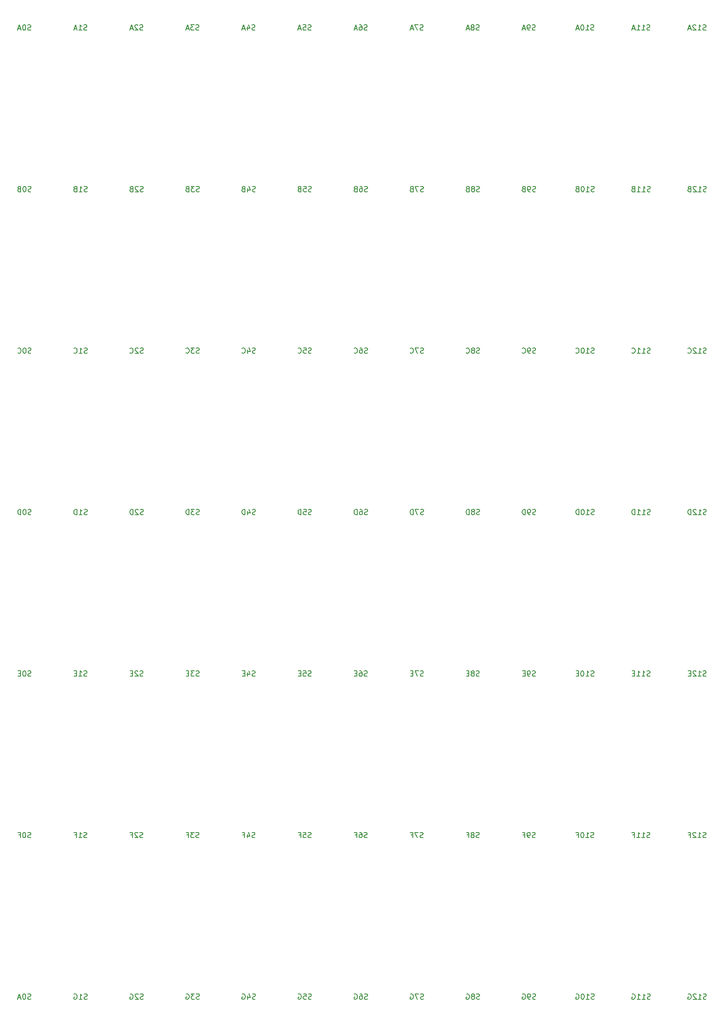
<source format=gbo>
G04 #@! TF.FileFunction,Legend,Bot*
%FSLAX46Y46*%
G04 Gerber Fmt 4.6, Leading zero omitted, Abs format (unit mm)*
G04 Created by KiCad (PCBNEW 4.0.2-4+6225~38~ubuntu14.04.1-stable) date Mon 13 Jun 2016 20:57:54 BST*
%MOMM*%
G01*
G04 APERTURE LIST*
%ADD10C,0.100000*%
%ADD11C,0.150000*%
G04 APERTURE END LIST*
D10*
D11*
X171493095Y-239159762D02*
X171350238Y-239207381D01*
X171112142Y-239207381D01*
X171016904Y-239159762D01*
X170969285Y-239112143D01*
X170921666Y-239016905D01*
X170921666Y-238921667D01*
X170969285Y-238826429D01*
X171016904Y-238778810D01*
X171112142Y-238731190D01*
X171302619Y-238683571D01*
X171397857Y-238635952D01*
X171445476Y-238588333D01*
X171493095Y-238493095D01*
X171493095Y-238397857D01*
X171445476Y-238302619D01*
X171397857Y-238255000D01*
X171302619Y-238207381D01*
X171064523Y-238207381D01*
X170921666Y-238255000D01*
X169969285Y-239207381D02*
X170540714Y-239207381D01*
X170255000Y-239207381D02*
X170255000Y-238207381D01*
X170350238Y-238350238D01*
X170445476Y-238445476D01*
X170540714Y-238493095D01*
X169588333Y-238302619D02*
X169540714Y-238255000D01*
X169445476Y-238207381D01*
X169207380Y-238207381D01*
X169112142Y-238255000D01*
X169064523Y-238302619D01*
X169016904Y-238397857D01*
X169016904Y-238493095D01*
X169064523Y-238635952D01*
X169635952Y-239207381D01*
X169016904Y-239207381D01*
X168064523Y-238255000D02*
X168159761Y-238207381D01*
X168302618Y-238207381D01*
X168445476Y-238255000D01*
X168540714Y-238350238D01*
X168588333Y-238445476D01*
X168635952Y-238635952D01*
X168635952Y-238778810D01*
X168588333Y-238969286D01*
X168540714Y-239064524D01*
X168445476Y-239159762D01*
X168302618Y-239207381D01*
X168207380Y-239207381D01*
X168064523Y-239159762D01*
X168016904Y-239112143D01*
X168016904Y-238778810D01*
X168207380Y-238778810D01*
X160893095Y-239159762D02*
X160750238Y-239207381D01*
X160512142Y-239207381D01*
X160416904Y-239159762D01*
X160369285Y-239112143D01*
X160321666Y-239016905D01*
X160321666Y-238921667D01*
X160369285Y-238826429D01*
X160416904Y-238778810D01*
X160512142Y-238731190D01*
X160702619Y-238683571D01*
X160797857Y-238635952D01*
X160845476Y-238588333D01*
X160893095Y-238493095D01*
X160893095Y-238397857D01*
X160845476Y-238302619D01*
X160797857Y-238255000D01*
X160702619Y-238207381D01*
X160464523Y-238207381D01*
X160321666Y-238255000D01*
X159369285Y-239207381D02*
X159940714Y-239207381D01*
X159655000Y-239207381D02*
X159655000Y-238207381D01*
X159750238Y-238350238D01*
X159845476Y-238445476D01*
X159940714Y-238493095D01*
X158416904Y-239207381D02*
X158988333Y-239207381D01*
X158702619Y-239207381D02*
X158702619Y-238207381D01*
X158797857Y-238350238D01*
X158893095Y-238445476D01*
X158988333Y-238493095D01*
X157464523Y-238255000D02*
X157559761Y-238207381D01*
X157702618Y-238207381D01*
X157845476Y-238255000D01*
X157940714Y-238350238D01*
X157988333Y-238445476D01*
X158035952Y-238635952D01*
X158035952Y-238778810D01*
X157988333Y-238969286D01*
X157940714Y-239064524D01*
X157845476Y-239159762D01*
X157702618Y-239207381D01*
X157607380Y-239207381D01*
X157464523Y-239159762D01*
X157416904Y-239112143D01*
X157416904Y-238778810D01*
X157607380Y-238778810D01*
X150293095Y-239159762D02*
X150150238Y-239207381D01*
X149912142Y-239207381D01*
X149816904Y-239159762D01*
X149769285Y-239112143D01*
X149721666Y-239016905D01*
X149721666Y-238921667D01*
X149769285Y-238826429D01*
X149816904Y-238778810D01*
X149912142Y-238731190D01*
X150102619Y-238683571D01*
X150197857Y-238635952D01*
X150245476Y-238588333D01*
X150293095Y-238493095D01*
X150293095Y-238397857D01*
X150245476Y-238302619D01*
X150197857Y-238255000D01*
X150102619Y-238207381D01*
X149864523Y-238207381D01*
X149721666Y-238255000D01*
X148769285Y-239207381D02*
X149340714Y-239207381D01*
X149055000Y-239207381D02*
X149055000Y-238207381D01*
X149150238Y-238350238D01*
X149245476Y-238445476D01*
X149340714Y-238493095D01*
X148150238Y-238207381D02*
X148054999Y-238207381D01*
X147959761Y-238255000D01*
X147912142Y-238302619D01*
X147864523Y-238397857D01*
X147816904Y-238588333D01*
X147816904Y-238826429D01*
X147864523Y-239016905D01*
X147912142Y-239112143D01*
X147959761Y-239159762D01*
X148054999Y-239207381D01*
X148150238Y-239207381D01*
X148245476Y-239159762D01*
X148293095Y-239112143D01*
X148340714Y-239016905D01*
X148388333Y-238826429D01*
X148388333Y-238588333D01*
X148340714Y-238397857D01*
X148293095Y-238302619D01*
X148245476Y-238255000D01*
X148150238Y-238207381D01*
X146864523Y-238255000D02*
X146959761Y-238207381D01*
X147102618Y-238207381D01*
X147245476Y-238255000D01*
X147340714Y-238350238D01*
X147388333Y-238445476D01*
X147435952Y-238635952D01*
X147435952Y-238778810D01*
X147388333Y-238969286D01*
X147340714Y-239064524D01*
X147245476Y-239159762D01*
X147102618Y-239207381D01*
X147007380Y-239207381D01*
X146864523Y-239159762D01*
X146816904Y-239112143D01*
X146816904Y-238778810D01*
X147007380Y-238778810D01*
X139216905Y-239159762D02*
X139074048Y-239207381D01*
X138835952Y-239207381D01*
X138740714Y-239159762D01*
X138693095Y-239112143D01*
X138645476Y-239016905D01*
X138645476Y-238921667D01*
X138693095Y-238826429D01*
X138740714Y-238778810D01*
X138835952Y-238731190D01*
X139026429Y-238683571D01*
X139121667Y-238635952D01*
X139169286Y-238588333D01*
X139216905Y-238493095D01*
X139216905Y-238397857D01*
X139169286Y-238302619D01*
X139121667Y-238255000D01*
X139026429Y-238207381D01*
X138788333Y-238207381D01*
X138645476Y-238255000D01*
X138169286Y-239207381D02*
X137978810Y-239207381D01*
X137883571Y-239159762D01*
X137835952Y-239112143D01*
X137740714Y-238969286D01*
X137693095Y-238778810D01*
X137693095Y-238397857D01*
X137740714Y-238302619D01*
X137788333Y-238255000D01*
X137883571Y-238207381D01*
X138074048Y-238207381D01*
X138169286Y-238255000D01*
X138216905Y-238302619D01*
X138264524Y-238397857D01*
X138264524Y-238635952D01*
X138216905Y-238731190D01*
X138169286Y-238778810D01*
X138074048Y-238826429D01*
X137883571Y-238826429D01*
X137788333Y-238778810D01*
X137740714Y-238731190D01*
X137693095Y-238635952D01*
X136740714Y-238255000D02*
X136835952Y-238207381D01*
X136978809Y-238207381D01*
X137121667Y-238255000D01*
X137216905Y-238350238D01*
X137264524Y-238445476D01*
X137312143Y-238635952D01*
X137312143Y-238778810D01*
X137264524Y-238969286D01*
X137216905Y-239064524D01*
X137121667Y-239159762D01*
X136978809Y-239207381D01*
X136883571Y-239207381D01*
X136740714Y-239159762D01*
X136693095Y-239112143D01*
X136693095Y-238778810D01*
X136883571Y-238778810D01*
X128616905Y-239159762D02*
X128474048Y-239207381D01*
X128235952Y-239207381D01*
X128140714Y-239159762D01*
X128093095Y-239112143D01*
X128045476Y-239016905D01*
X128045476Y-238921667D01*
X128093095Y-238826429D01*
X128140714Y-238778810D01*
X128235952Y-238731190D01*
X128426429Y-238683571D01*
X128521667Y-238635952D01*
X128569286Y-238588333D01*
X128616905Y-238493095D01*
X128616905Y-238397857D01*
X128569286Y-238302619D01*
X128521667Y-238255000D01*
X128426429Y-238207381D01*
X128188333Y-238207381D01*
X128045476Y-238255000D01*
X127474048Y-238635952D02*
X127569286Y-238588333D01*
X127616905Y-238540714D01*
X127664524Y-238445476D01*
X127664524Y-238397857D01*
X127616905Y-238302619D01*
X127569286Y-238255000D01*
X127474048Y-238207381D01*
X127283571Y-238207381D01*
X127188333Y-238255000D01*
X127140714Y-238302619D01*
X127093095Y-238397857D01*
X127093095Y-238445476D01*
X127140714Y-238540714D01*
X127188333Y-238588333D01*
X127283571Y-238635952D01*
X127474048Y-238635952D01*
X127569286Y-238683571D01*
X127616905Y-238731190D01*
X127664524Y-238826429D01*
X127664524Y-239016905D01*
X127616905Y-239112143D01*
X127569286Y-239159762D01*
X127474048Y-239207381D01*
X127283571Y-239207381D01*
X127188333Y-239159762D01*
X127140714Y-239112143D01*
X127093095Y-239016905D01*
X127093095Y-238826429D01*
X127140714Y-238731190D01*
X127188333Y-238683571D01*
X127283571Y-238635952D01*
X126140714Y-238255000D02*
X126235952Y-238207381D01*
X126378809Y-238207381D01*
X126521667Y-238255000D01*
X126616905Y-238350238D01*
X126664524Y-238445476D01*
X126712143Y-238635952D01*
X126712143Y-238778810D01*
X126664524Y-238969286D01*
X126616905Y-239064524D01*
X126521667Y-239159762D01*
X126378809Y-239207381D01*
X126283571Y-239207381D01*
X126140714Y-239159762D01*
X126093095Y-239112143D01*
X126093095Y-238778810D01*
X126283571Y-238778810D01*
X118016905Y-239159762D02*
X117874048Y-239207381D01*
X117635952Y-239207381D01*
X117540714Y-239159762D01*
X117493095Y-239112143D01*
X117445476Y-239016905D01*
X117445476Y-238921667D01*
X117493095Y-238826429D01*
X117540714Y-238778810D01*
X117635952Y-238731190D01*
X117826429Y-238683571D01*
X117921667Y-238635952D01*
X117969286Y-238588333D01*
X118016905Y-238493095D01*
X118016905Y-238397857D01*
X117969286Y-238302619D01*
X117921667Y-238255000D01*
X117826429Y-238207381D01*
X117588333Y-238207381D01*
X117445476Y-238255000D01*
X117112143Y-238207381D02*
X116445476Y-238207381D01*
X116874048Y-239207381D01*
X115540714Y-238255000D02*
X115635952Y-238207381D01*
X115778809Y-238207381D01*
X115921667Y-238255000D01*
X116016905Y-238350238D01*
X116064524Y-238445476D01*
X116112143Y-238635952D01*
X116112143Y-238778810D01*
X116064524Y-238969286D01*
X116016905Y-239064524D01*
X115921667Y-239159762D01*
X115778809Y-239207381D01*
X115683571Y-239207381D01*
X115540714Y-239159762D01*
X115493095Y-239112143D01*
X115493095Y-238778810D01*
X115683571Y-238778810D01*
X107416905Y-239159762D02*
X107274048Y-239207381D01*
X107035952Y-239207381D01*
X106940714Y-239159762D01*
X106893095Y-239112143D01*
X106845476Y-239016905D01*
X106845476Y-238921667D01*
X106893095Y-238826429D01*
X106940714Y-238778810D01*
X107035952Y-238731190D01*
X107226429Y-238683571D01*
X107321667Y-238635952D01*
X107369286Y-238588333D01*
X107416905Y-238493095D01*
X107416905Y-238397857D01*
X107369286Y-238302619D01*
X107321667Y-238255000D01*
X107226429Y-238207381D01*
X106988333Y-238207381D01*
X106845476Y-238255000D01*
X105988333Y-238207381D02*
X106178810Y-238207381D01*
X106274048Y-238255000D01*
X106321667Y-238302619D01*
X106416905Y-238445476D01*
X106464524Y-238635952D01*
X106464524Y-239016905D01*
X106416905Y-239112143D01*
X106369286Y-239159762D01*
X106274048Y-239207381D01*
X106083571Y-239207381D01*
X105988333Y-239159762D01*
X105940714Y-239112143D01*
X105893095Y-239016905D01*
X105893095Y-238778810D01*
X105940714Y-238683571D01*
X105988333Y-238635952D01*
X106083571Y-238588333D01*
X106274048Y-238588333D01*
X106369286Y-238635952D01*
X106416905Y-238683571D01*
X106464524Y-238778810D01*
X104940714Y-238255000D02*
X105035952Y-238207381D01*
X105178809Y-238207381D01*
X105321667Y-238255000D01*
X105416905Y-238350238D01*
X105464524Y-238445476D01*
X105512143Y-238635952D01*
X105512143Y-238778810D01*
X105464524Y-238969286D01*
X105416905Y-239064524D01*
X105321667Y-239159762D01*
X105178809Y-239207381D01*
X105083571Y-239207381D01*
X104940714Y-239159762D01*
X104893095Y-239112143D01*
X104893095Y-238778810D01*
X105083571Y-238778810D01*
X96816905Y-239159762D02*
X96674048Y-239207381D01*
X96435952Y-239207381D01*
X96340714Y-239159762D01*
X96293095Y-239112143D01*
X96245476Y-239016905D01*
X96245476Y-238921667D01*
X96293095Y-238826429D01*
X96340714Y-238778810D01*
X96435952Y-238731190D01*
X96626429Y-238683571D01*
X96721667Y-238635952D01*
X96769286Y-238588333D01*
X96816905Y-238493095D01*
X96816905Y-238397857D01*
X96769286Y-238302619D01*
X96721667Y-238255000D01*
X96626429Y-238207381D01*
X96388333Y-238207381D01*
X96245476Y-238255000D01*
X95340714Y-238207381D02*
X95816905Y-238207381D01*
X95864524Y-238683571D01*
X95816905Y-238635952D01*
X95721667Y-238588333D01*
X95483571Y-238588333D01*
X95388333Y-238635952D01*
X95340714Y-238683571D01*
X95293095Y-238778810D01*
X95293095Y-239016905D01*
X95340714Y-239112143D01*
X95388333Y-239159762D01*
X95483571Y-239207381D01*
X95721667Y-239207381D01*
X95816905Y-239159762D01*
X95864524Y-239112143D01*
X94340714Y-238255000D02*
X94435952Y-238207381D01*
X94578809Y-238207381D01*
X94721667Y-238255000D01*
X94816905Y-238350238D01*
X94864524Y-238445476D01*
X94912143Y-238635952D01*
X94912143Y-238778810D01*
X94864524Y-238969286D01*
X94816905Y-239064524D01*
X94721667Y-239159762D01*
X94578809Y-239207381D01*
X94483571Y-239207381D01*
X94340714Y-239159762D01*
X94293095Y-239112143D01*
X94293095Y-238778810D01*
X94483571Y-238778810D01*
X86216905Y-239159762D02*
X86074048Y-239207381D01*
X85835952Y-239207381D01*
X85740714Y-239159762D01*
X85693095Y-239112143D01*
X85645476Y-239016905D01*
X85645476Y-238921667D01*
X85693095Y-238826429D01*
X85740714Y-238778810D01*
X85835952Y-238731190D01*
X86026429Y-238683571D01*
X86121667Y-238635952D01*
X86169286Y-238588333D01*
X86216905Y-238493095D01*
X86216905Y-238397857D01*
X86169286Y-238302619D01*
X86121667Y-238255000D01*
X86026429Y-238207381D01*
X85788333Y-238207381D01*
X85645476Y-238255000D01*
X84788333Y-238540714D02*
X84788333Y-239207381D01*
X85026429Y-238159762D02*
X85264524Y-238874048D01*
X84645476Y-238874048D01*
X83740714Y-238255000D02*
X83835952Y-238207381D01*
X83978809Y-238207381D01*
X84121667Y-238255000D01*
X84216905Y-238350238D01*
X84264524Y-238445476D01*
X84312143Y-238635952D01*
X84312143Y-238778810D01*
X84264524Y-238969286D01*
X84216905Y-239064524D01*
X84121667Y-239159762D01*
X83978809Y-239207381D01*
X83883571Y-239207381D01*
X83740714Y-239159762D01*
X83693095Y-239112143D01*
X83693095Y-238778810D01*
X83883571Y-238778810D01*
X75616905Y-239159762D02*
X75474048Y-239207381D01*
X75235952Y-239207381D01*
X75140714Y-239159762D01*
X75093095Y-239112143D01*
X75045476Y-239016905D01*
X75045476Y-238921667D01*
X75093095Y-238826429D01*
X75140714Y-238778810D01*
X75235952Y-238731190D01*
X75426429Y-238683571D01*
X75521667Y-238635952D01*
X75569286Y-238588333D01*
X75616905Y-238493095D01*
X75616905Y-238397857D01*
X75569286Y-238302619D01*
X75521667Y-238255000D01*
X75426429Y-238207381D01*
X75188333Y-238207381D01*
X75045476Y-238255000D01*
X74712143Y-238207381D02*
X74093095Y-238207381D01*
X74426429Y-238588333D01*
X74283571Y-238588333D01*
X74188333Y-238635952D01*
X74140714Y-238683571D01*
X74093095Y-238778810D01*
X74093095Y-239016905D01*
X74140714Y-239112143D01*
X74188333Y-239159762D01*
X74283571Y-239207381D01*
X74569286Y-239207381D01*
X74664524Y-239159762D01*
X74712143Y-239112143D01*
X73140714Y-238255000D02*
X73235952Y-238207381D01*
X73378809Y-238207381D01*
X73521667Y-238255000D01*
X73616905Y-238350238D01*
X73664524Y-238445476D01*
X73712143Y-238635952D01*
X73712143Y-238778810D01*
X73664524Y-238969286D01*
X73616905Y-239064524D01*
X73521667Y-239159762D01*
X73378809Y-239207381D01*
X73283571Y-239207381D01*
X73140714Y-239159762D01*
X73093095Y-239112143D01*
X73093095Y-238778810D01*
X73283571Y-238778810D01*
X65016905Y-239159762D02*
X64874048Y-239207381D01*
X64635952Y-239207381D01*
X64540714Y-239159762D01*
X64493095Y-239112143D01*
X64445476Y-239016905D01*
X64445476Y-238921667D01*
X64493095Y-238826429D01*
X64540714Y-238778810D01*
X64635952Y-238731190D01*
X64826429Y-238683571D01*
X64921667Y-238635952D01*
X64969286Y-238588333D01*
X65016905Y-238493095D01*
X65016905Y-238397857D01*
X64969286Y-238302619D01*
X64921667Y-238255000D01*
X64826429Y-238207381D01*
X64588333Y-238207381D01*
X64445476Y-238255000D01*
X64064524Y-238302619D02*
X64016905Y-238255000D01*
X63921667Y-238207381D01*
X63683571Y-238207381D01*
X63588333Y-238255000D01*
X63540714Y-238302619D01*
X63493095Y-238397857D01*
X63493095Y-238493095D01*
X63540714Y-238635952D01*
X64112143Y-239207381D01*
X63493095Y-239207381D01*
X62540714Y-238255000D02*
X62635952Y-238207381D01*
X62778809Y-238207381D01*
X62921667Y-238255000D01*
X63016905Y-238350238D01*
X63064524Y-238445476D01*
X63112143Y-238635952D01*
X63112143Y-238778810D01*
X63064524Y-238969286D01*
X63016905Y-239064524D01*
X62921667Y-239159762D01*
X62778809Y-239207381D01*
X62683571Y-239207381D01*
X62540714Y-239159762D01*
X62493095Y-239112143D01*
X62493095Y-238778810D01*
X62683571Y-238778810D01*
X54416905Y-239159762D02*
X54274048Y-239207381D01*
X54035952Y-239207381D01*
X53940714Y-239159762D01*
X53893095Y-239112143D01*
X53845476Y-239016905D01*
X53845476Y-238921667D01*
X53893095Y-238826429D01*
X53940714Y-238778810D01*
X54035952Y-238731190D01*
X54226429Y-238683571D01*
X54321667Y-238635952D01*
X54369286Y-238588333D01*
X54416905Y-238493095D01*
X54416905Y-238397857D01*
X54369286Y-238302619D01*
X54321667Y-238255000D01*
X54226429Y-238207381D01*
X53988333Y-238207381D01*
X53845476Y-238255000D01*
X52893095Y-239207381D02*
X53464524Y-239207381D01*
X53178810Y-239207381D02*
X53178810Y-238207381D01*
X53274048Y-238350238D01*
X53369286Y-238445476D01*
X53464524Y-238493095D01*
X51940714Y-238255000D02*
X52035952Y-238207381D01*
X52178809Y-238207381D01*
X52321667Y-238255000D01*
X52416905Y-238350238D01*
X52464524Y-238445476D01*
X52512143Y-238635952D01*
X52512143Y-238778810D01*
X52464524Y-238969286D01*
X52416905Y-239064524D01*
X52321667Y-239159762D01*
X52178809Y-239207381D01*
X52083571Y-239207381D01*
X51940714Y-239159762D01*
X51893095Y-239112143D01*
X51893095Y-238778810D01*
X52083571Y-238778810D01*
X43745476Y-239159762D02*
X43602619Y-239207381D01*
X43364523Y-239207381D01*
X43269285Y-239159762D01*
X43221666Y-239112143D01*
X43174047Y-239016905D01*
X43174047Y-238921667D01*
X43221666Y-238826429D01*
X43269285Y-238778810D01*
X43364523Y-238731190D01*
X43555000Y-238683571D01*
X43650238Y-238635952D01*
X43697857Y-238588333D01*
X43745476Y-238493095D01*
X43745476Y-238397857D01*
X43697857Y-238302619D01*
X43650238Y-238255000D01*
X43555000Y-238207381D01*
X43316904Y-238207381D01*
X43174047Y-238255000D01*
X42555000Y-238207381D02*
X42459761Y-238207381D01*
X42364523Y-238255000D01*
X42316904Y-238302619D01*
X42269285Y-238397857D01*
X42221666Y-238588333D01*
X42221666Y-238826429D01*
X42269285Y-239016905D01*
X42316904Y-239112143D01*
X42364523Y-239159762D01*
X42459761Y-239207381D01*
X42555000Y-239207381D01*
X42650238Y-239159762D01*
X42697857Y-239112143D01*
X42745476Y-239016905D01*
X42793095Y-238826429D01*
X42793095Y-238588333D01*
X42745476Y-238397857D01*
X42697857Y-238302619D01*
X42650238Y-238255000D01*
X42555000Y-238207381D01*
X41840714Y-238921667D02*
X41364523Y-238921667D01*
X41935952Y-239207381D02*
X41602619Y-238207381D01*
X41269285Y-239207381D01*
X171421667Y-208659762D02*
X171278810Y-208707381D01*
X171040714Y-208707381D01*
X170945476Y-208659762D01*
X170897857Y-208612143D01*
X170850238Y-208516905D01*
X170850238Y-208421667D01*
X170897857Y-208326429D01*
X170945476Y-208278810D01*
X171040714Y-208231190D01*
X171231191Y-208183571D01*
X171326429Y-208135952D01*
X171374048Y-208088333D01*
X171421667Y-207993095D01*
X171421667Y-207897857D01*
X171374048Y-207802619D01*
X171326429Y-207755000D01*
X171231191Y-207707381D01*
X170993095Y-207707381D01*
X170850238Y-207755000D01*
X169897857Y-208707381D02*
X170469286Y-208707381D01*
X170183572Y-208707381D02*
X170183572Y-207707381D01*
X170278810Y-207850238D01*
X170374048Y-207945476D01*
X170469286Y-207993095D01*
X169516905Y-207802619D02*
X169469286Y-207755000D01*
X169374048Y-207707381D01*
X169135952Y-207707381D01*
X169040714Y-207755000D01*
X168993095Y-207802619D01*
X168945476Y-207897857D01*
X168945476Y-207993095D01*
X168993095Y-208135952D01*
X169564524Y-208707381D01*
X168945476Y-208707381D01*
X168183571Y-208183571D02*
X168516905Y-208183571D01*
X168516905Y-208707381D02*
X168516905Y-207707381D01*
X168040714Y-207707381D01*
X160821667Y-208659762D02*
X160678810Y-208707381D01*
X160440714Y-208707381D01*
X160345476Y-208659762D01*
X160297857Y-208612143D01*
X160250238Y-208516905D01*
X160250238Y-208421667D01*
X160297857Y-208326429D01*
X160345476Y-208278810D01*
X160440714Y-208231190D01*
X160631191Y-208183571D01*
X160726429Y-208135952D01*
X160774048Y-208088333D01*
X160821667Y-207993095D01*
X160821667Y-207897857D01*
X160774048Y-207802619D01*
X160726429Y-207755000D01*
X160631191Y-207707381D01*
X160393095Y-207707381D01*
X160250238Y-207755000D01*
X159297857Y-208707381D02*
X159869286Y-208707381D01*
X159583572Y-208707381D02*
X159583572Y-207707381D01*
X159678810Y-207850238D01*
X159774048Y-207945476D01*
X159869286Y-207993095D01*
X158345476Y-208707381D02*
X158916905Y-208707381D01*
X158631191Y-208707381D02*
X158631191Y-207707381D01*
X158726429Y-207850238D01*
X158821667Y-207945476D01*
X158916905Y-207993095D01*
X157583571Y-208183571D02*
X157916905Y-208183571D01*
X157916905Y-208707381D02*
X157916905Y-207707381D01*
X157440714Y-207707381D01*
X150221667Y-208659762D02*
X150078810Y-208707381D01*
X149840714Y-208707381D01*
X149745476Y-208659762D01*
X149697857Y-208612143D01*
X149650238Y-208516905D01*
X149650238Y-208421667D01*
X149697857Y-208326429D01*
X149745476Y-208278810D01*
X149840714Y-208231190D01*
X150031191Y-208183571D01*
X150126429Y-208135952D01*
X150174048Y-208088333D01*
X150221667Y-207993095D01*
X150221667Y-207897857D01*
X150174048Y-207802619D01*
X150126429Y-207755000D01*
X150031191Y-207707381D01*
X149793095Y-207707381D01*
X149650238Y-207755000D01*
X148697857Y-208707381D02*
X149269286Y-208707381D01*
X148983572Y-208707381D02*
X148983572Y-207707381D01*
X149078810Y-207850238D01*
X149174048Y-207945476D01*
X149269286Y-207993095D01*
X148078810Y-207707381D02*
X147983571Y-207707381D01*
X147888333Y-207755000D01*
X147840714Y-207802619D01*
X147793095Y-207897857D01*
X147745476Y-208088333D01*
X147745476Y-208326429D01*
X147793095Y-208516905D01*
X147840714Y-208612143D01*
X147888333Y-208659762D01*
X147983571Y-208707381D01*
X148078810Y-208707381D01*
X148174048Y-208659762D01*
X148221667Y-208612143D01*
X148269286Y-208516905D01*
X148316905Y-208326429D01*
X148316905Y-208088333D01*
X148269286Y-207897857D01*
X148221667Y-207802619D01*
X148174048Y-207755000D01*
X148078810Y-207707381D01*
X146983571Y-208183571D02*
X147316905Y-208183571D01*
X147316905Y-208707381D02*
X147316905Y-207707381D01*
X146840714Y-207707381D01*
X139145476Y-208659762D02*
X139002619Y-208707381D01*
X138764523Y-208707381D01*
X138669285Y-208659762D01*
X138621666Y-208612143D01*
X138574047Y-208516905D01*
X138574047Y-208421667D01*
X138621666Y-208326429D01*
X138669285Y-208278810D01*
X138764523Y-208231190D01*
X138955000Y-208183571D01*
X139050238Y-208135952D01*
X139097857Y-208088333D01*
X139145476Y-207993095D01*
X139145476Y-207897857D01*
X139097857Y-207802619D01*
X139050238Y-207755000D01*
X138955000Y-207707381D01*
X138716904Y-207707381D01*
X138574047Y-207755000D01*
X138097857Y-208707381D02*
X137907381Y-208707381D01*
X137812142Y-208659762D01*
X137764523Y-208612143D01*
X137669285Y-208469286D01*
X137621666Y-208278810D01*
X137621666Y-207897857D01*
X137669285Y-207802619D01*
X137716904Y-207755000D01*
X137812142Y-207707381D01*
X138002619Y-207707381D01*
X138097857Y-207755000D01*
X138145476Y-207802619D01*
X138193095Y-207897857D01*
X138193095Y-208135952D01*
X138145476Y-208231190D01*
X138097857Y-208278810D01*
X138002619Y-208326429D01*
X137812142Y-208326429D01*
X137716904Y-208278810D01*
X137669285Y-208231190D01*
X137621666Y-208135952D01*
X136859761Y-208183571D02*
X137193095Y-208183571D01*
X137193095Y-208707381D02*
X137193095Y-207707381D01*
X136716904Y-207707381D01*
X128545476Y-208659762D02*
X128402619Y-208707381D01*
X128164523Y-208707381D01*
X128069285Y-208659762D01*
X128021666Y-208612143D01*
X127974047Y-208516905D01*
X127974047Y-208421667D01*
X128021666Y-208326429D01*
X128069285Y-208278810D01*
X128164523Y-208231190D01*
X128355000Y-208183571D01*
X128450238Y-208135952D01*
X128497857Y-208088333D01*
X128545476Y-207993095D01*
X128545476Y-207897857D01*
X128497857Y-207802619D01*
X128450238Y-207755000D01*
X128355000Y-207707381D01*
X128116904Y-207707381D01*
X127974047Y-207755000D01*
X127402619Y-208135952D02*
X127497857Y-208088333D01*
X127545476Y-208040714D01*
X127593095Y-207945476D01*
X127593095Y-207897857D01*
X127545476Y-207802619D01*
X127497857Y-207755000D01*
X127402619Y-207707381D01*
X127212142Y-207707381D01*
X127116904Y-207755000D01*
X127069285Y-207802619D01*
X127021666Y-207897857D01*
X127021666Y-207945476D01*
X127069285Y-208040714D01*
X127116904Y-208088333D01*
X127212142Y-208135952D01*
X127402619Y-208135952D01*
X127497857Y-208183571D01*
X127545476Y-208231190D01*
X127593095Y-208326429D01*
X127593095Y-208516905D01*
X127545476Y-208612143D01*
X127497857Y-208659762D01*
X127402619Y-208707381D01*
X127212142Y-208707381D01*
X127116904Y-208659762D01*
X127069285Y-208612143D01*
X127021666Y-208516905D01*
X127021666Y-208326429D01*
X127069285Y-208231190D01*
X127116904Y-208183571D01*
X127212142Y-208135952D01*
X126259761Y-208183571D02*
X126593095Y-208183571D01*
X126593095Y-208707381D02*
X126593095Y-207707381D01*
X126116904Y-207707381D01*
X117945476Y-208659762D02*
X117802619Y-208707381D01*
X117564523Y-208707381D01*
X117469285Y-208659762D01*
X117421666Y-208612143D01*
X117374047Y-208516905D01*
X117374047Y-208421667D01*
X117421666Y-208326429D01*
X117469285Y-208278810D01*
X117564523Y-208231190D01*
X117755000Y-208183571D01*
X117850238Y-208135952D01*
X117897857Y-208088333D01*
X117945476Y-207993095D01*
X117945476Y-207897857D01*
X117897857Y-207802619D01*
X117850238Y-207755000D01*
X117755000Y-207707381D01*
X117516904Y-207707381D01*
X117374047Y-207755000D01*
X117040714Y-207707381D02*
X116374047Y-207707381D01*
X116802619Y-208707381D01*
X115659761Y-208183571D02*
X115993095Y-208183571D01*
X115993095Y-208707381D02*
X115993095Y-207707381D01*
X115516904Y-207707381D01*
X107345476Y-208659762D02*
X107202619Y-208707381D01*
X106964523Y-208707381D01*
X106869285Y-208659762D01*
X106821666Y-208612143D01*
X106774047Y-208516905D01*
X106774047Y-208421667D01*
X106821666Y-208326429D01*
X106869285Y-208278810D01*
X106964523Y-208231190D01*
X107155000Y-208183571D01*
X107250238Y-208135952D01*
X107297857Y-208088333D01*
X107345476Y-207993095D01*
X107345476Y-207897857D01*
X107297857Y-207802619D01*
X107250238Y-207755000D01*
X107155000Y-207707381D01*
X106916904Y-207707381D01*
X106774047Y-207755000D01*
X105916904Y-207707381D02*
X106107381Y-207707381D01*
X106202619Y-207755000D01*
X106250238Y-207802619D01*
X106345476Y-207945476D01*
X106393095Y-208135952D01*
X106393095Y-208516905D01*
X106345476Y-208612143D01*
X106297857Y-208659762D01*
X106202619Y-208707381D01*
X106012142Y-208707381D01*
X105916904Y-208659762D01*
X105869285Y-208612143D01*
X105821666Y-208516905D01*
X105821666Y-208278810D01*
X105869285Y-208183571D01*
X105916904Y-208135952D01*
X106012142Y-208088333D01*
X106202619Y-208088333D01*
X106297857Y-208135952D01*
X106345476Y-208183571D01*
X106393095Y-208278810D01*
X105059761Y-208183571D02*
X105393095Y-208183571D01*
X105393095Y-208707381D02*
X105393095Y-207707381D01*
X104916904Y-207707381D01*
X96745476Y-208659762D02*
X96602619Y-208707381D01*
X96364523Y-208707381D01*
X96269285Y-208659762D01*
X96221666Y-208612143D01*
X96174047Y-208516905D01*
X96174047Y-208421667D01*
X96221666Y-208326429D01*
X96269285Y-208278810D01*
X96364523Y-208231190D01*
X96555000Y-208183571D01*
X96650238Y-208135952D01*
X96697857Y-208088333D01*
X96745476Y-207993095D01*
X96745476Y-207897857D01*
X96697857Y-207802619D01*
X96650238Y-207755000D01*
X96555000Y-207707381D01*
X96316904Y-207707381D01*
X96174047Y-207755000D01*
X95269285Y-207707381D02*
X95745476Y-207707381D01*
X95793095Y-208183571D01*
X95745476Y-208135952D01*
X95650238Y-208088333D01*
X95412142Y-208088333D01*
X95316904Y-208135952D01*
X95269285Y-208183571D01*
X95221666Y-208278810D01*
X95221666Y-208516905D01*
X95269285Y-208612143D01*
X95316904Y-208659762D01*
X95412142Y-208707381D01*
X95650238Y-208707381D01*
X95745476Y-208659762D01*
X95793095Y-208612143D01*
X94459761Y-208183571D02*
X94793095Y-208183571D01*
X94793095Y-208707381D02*
X94793095Y-207707381D01*
X94316904Y-207707381D01*
X86145476Y-208659762D02*
X86002619Y-208707381D01*
X85764523Y-208707381D01*
X85669285Y-208659762D01*
X85621666Y-208612143D01*
X85574047Y-208516905D01*
X85574047Y-208421667D01*
X85621666Y-208326429D01*
X85669285Y-208278810D01*
X85764523Y-208231190D01*
X85955000Y-208183571D01*
X86050238Y-208135952D01*
X86097857Y-208088333D01*
X86145476Y-207993095D01*
X86145476Y-207897857D01*
X86097857Y-207802619D01*
X86050238Y-207755000D01*
X85955000Y-207707381D01*
X85716904Y-207707381D01*
X85574047Y-207755000D01*
X84716904Y-208040714D02*
X84716904Y-208707381D01*
X84955000Y-207659762D02*
X85193095Y-208374048D01*
X84574047Y-208374048D01*
X83859761Y-208183571D02*
X84193095Y-208183571D01*
X84193095Y-208707381D02*
X84193095Y-207707381D01*
X83716904Y-207707381D01*
X75545476Y-208659762D02*
X75402619Y-208707381D01*
X75164523Y-208707381D01*
X75069285Y-208659762D01*
X75021666Y-208612143D01*
X74974047Y-208516905D01*
X74974047Y-208421667D01*
X75021666Y-208326429D01*
X75069285Y-208278810D01*
X75164523Y-208231190D01*
X75355000Y-208183571D01*
X75450238Y-208135952D01*
X75497857Y-208088333D01*
X75545476Y-207993095D01*
X75545476Y-207897857D01*
X75497857Y-207802619D01*
X75450238Y-207755000D01*
X75355000Y-207707381D01*
X75116904Y-207707381D01*
X74974047Y-207755000D01*
X74640714Y-207707381D02*
X74021666Y-207707381D01*
X74355000Y-208088333D01*
X74212142Y-208088333D01*
X74116904Y-208135952D01*
X74069285Y-208183571D01*
X74021666Y-208278810D01*
X74021666Y-208516905D01*
X74069285Y-208612143D01*
X74116904Y-208659762D01*
X74212142Y-208707381D01*
X74497857Y-208707381D01*
X74593095Y-208659762D01*
X74640714Y-208612143D01*
X73259761Y-208183571D02*
X73593095Y-208183571D01*
X73593095Y-208707381D02*
X73593095Y-207707381D01*
X73116904Y-207707381D01*
X64945476Y-208659762D02*
X64802619Y-208707381D01*
X64564523Y-208707381D01*
X64469285Y-208659762D01*
X64421666Y-208612143D01*
X64374047Y-208516905D01*
X64374047Y-208421667D01*
X64421666Y-208326429D01*
X64469285Y-208278810D01*
X64564523Y-208231190D01*
X64755000Y-208183571D01*
X64850238Y-208135952D01*
X64897857Y-208088333D01*
X64945476Y-207993095D01*
X64945476Y-207897857D01*
X64897857Y-207802619D01*
X64850238Y-207755000D01*
X64755000Y-207707381D01*
X64516904Y-207707381D01*
X64374047Y-207755000D01*
X63993095Y-207802619D02*
X63945476Y-207755000D01*
X63850238Y-207707381D01*
X63612142Y-207707381D01*
X63516904Y-207755000D01*
X63469285Y-207802619D01*
X63421666Y-207897857D01*
X63421666Y-207993095D01*
X63469285Y-208135952D01*
X64040714Y-208707381D01*
X63421666Y-208707381D01*
X62659761Y-208183571D02*
X62993095Y-208183571D01*
X62993095Y-208707381D02*
X62993095Y-207707381D01*
X62516904Y-207707381D01*
X54345476Y-208659762D02*
X54202619Y-208707381D01*
X53964523Y-208707381D01*
X53869285Y-208659762D01*
X53821666Y-208612143D01*
X53774047Y-208516905D01*
X53774047Y-208421667D01*
X53821666Y-208326429D01*
X53869285Y-208278810D01*
X53964523Y-208231190D01*
X54155000Y-208183571D01*
X54250238Y-208135952D01*
X54297857Y-208088333D01*
X54345476Y-207993095D01*
X54345476Y-207897857D01*
X54297857Y-207802619D01*
X54250238Y-207755000D01*
X54155000Y-207707381D01*
X53916904Y-207707381D01*
X53774047Y-207755000D01*
X52821666Y-208707381D02*
X53393095Y-208707381D01*
X53107381Y-208707381D02*
X53107381Y-207707381D01*
X53202619Y-207850238D01*
X53297857Y-207945476D01*
X53393095Y-207993095D01*
X52059761Y-208183571D02*
X52393095Y-208183571D01*
X52393095Y-208707381D02*
X52393095Y-207707381D01*
X51916904Y-207707381D01*
X43745476Y-208659762D02*
X43602619Y-208707381D01*
X43364523Y-208707381D01*
X43269285Y-208659762D01*
X43221666Y-208612143D01*
X43174047Y-208516905D01*
X43174047Y-208421667D01*
X43221666Y-208326429D01*
X43269285Y-208278810D01*
X43364523Y-208231190D01*
X43555000Y-208183571D01*
X43650238Y-208135952D01*
X43697857Y-208088333D01*
X43745476Y-207993095D01*
X43745476Y-207897857D01*
X43697857Y-207802619D01*
X43650238Y-207755000D01*
X43555000Y-207707381D01*
X43316904Y-207707381D01*
X43174047Y-207755000D01*
X42555000Y-207707381D02*
X42459761Y-207707381D01*
X42364523Y-207755000D01*
X42316904Y-207802619D01*
X42269285Y-207897857D01*
X42221666Y-208088333D01*
X42221666Y-208326429D01*
X42269285Y-208516905D01*
X42316904Y-208612143D01*
X42364523Y-208659762D01*
X42459761Y-208707381D01*
X42555000Y-208707381D01*
X42650238Y-208659762D01*
X42697857Y-208612143D01*
X42745476Y-208516905D01*
X42793095Y-208326429D01*
X42793095Y-208088333D01*
X42745476Y-207897857D01*
X42697857Y-207802619D01*
X42650238Y-207755000D01*
X42555000Y-207707381D01*
X41459761Y-208183571D02*
X41793095Y-208183571D01*
X41793095Y-208707381D02*
X41793095Y-207707381D01*
X41316904Y-207707381D01*
X171445476Y-178159762D02*
X171302619Y-178207381D01*
X171064523Y-178207381D01*
X170969285Y-178159762D01*
X170921666Y-178112143D01*
X170874047Y-178016905D01*
X170874047Y-177921667D01*
X170921666Y-177826429D01*
X170969285Y-177778810D01*
X171064523Y-177731190D01*
X171255000Y-177683571D01*
X171350238Y-177635952D01*
X171397857Y-177588333D01*
X171445476Y-177493095D01*
X171445476Y-177397857D01*
X171397857Y-177302619D01*
X171350238Y-177255000D01*
X171255000Y-177207381D01*
X171016904Y-177207381D01*
X170874047Y-177255000D01*
X169921666Y-178207381D02*
X170493095Y-178207381D01*
X170207381Y-178207381D02*
X170207381Y-177207381D01*
X170302619Y-177350238D01*
X170397857Y-177445476D01*
X170493095Y-177493095D01*
X169540714Y-177302619D02*
X169493095Y-177255000D01*
X169397857Y-177207381D01*
X169159761Y-177207381D01*
X169064523Y-177255000D01*
X169016904Y-177302619D01*
X168969285Y-177397857D01*
X168969285Y-177493095D01*
X169016904Y-177635952D01*
X169588333Y-178207381D01*
X168969285Y-178207381D01*
X168540714Y-177683571D02*
X168207380Y-177683571D01*
X168064523Y-178207381D02*
X168540714Y-178207381D01*
X168540714Y-177207381D01*
X168064523Y-177207381D01*
X160845476Y-178159762D02*
X160702619Y-178207381D01*
X160464523Y-178207381D01*
X160369285Y-178159762D01*
X160321666Y-178112143D01*
X160274047Y-178016905D01*
X160274047Y-177921667D01*
X160321666Y-177826429D01*
X160369285Y-177778810D01*
X160464523Y-177731190D01*
X160655000Y-177683571D01*
X160750238Y-177635952D01*
X160797857Y-177588333D01*
X160845476Y-177493095D01*
X160845476Y-177397857D01*
X160797857Y-177302619D01*
X160750238Y-177255000D01*
X160655000Y-177207381D01*
X160416904Y-177207381D01*
X160274047Y-177255000D01*
X159321666Y-178207381D02*
X159893095Y-178207381D01*
X159607381Y-178207381D02*
X159607381Y-177207381D01*
X159702619Y-177350238D01*
X159797857Y-177445476D01*
X159893095Y-177493095D01*
X158369285Y-178207381D02*
X158940714Y-178207381D01*
X158655000Y-178207381D02*
X158655000Y-177207381D01*
X158750238Y-177350238D01*
X158845476Y-177445476D01*
X158940714Y-177493095D01*
X157940714Y-177683571D02*
X157607380Y-177683571D01*
X157464523Y-178207381D02*
X157940714Y-178207381D01*
X157940714Y-177207381D01*
X157464523Y-177207381D01*
X150245476Y-178159762D02*
X150102619Y-178207381D01*
X149864523Y-178207381D01*
X149769285Y-178159762D01*
X149721666Y-178112143D01*
X149674047Y-178016905D01*
X149674047Y-177921667D01*
X149721666Y-177826429D01*
X149769285Y-177778810D01*
X149864523Y-177731190D01*
X150055000Y-177683571D01*
X150150238Y-177635952D01*
X150197857Y-177588333D01*
X150245476Y-177493095D01*
X150245476Y-177397857D01*
X150197857Y-177302619D01*
X150150238Y-177255000D01*
X150055000Y-177207381D01*
X149816904Y-177207381D01*
X149674047Y-177255000D01*
X148721666Y-178207381D02*
X149293095Y-178207381D01*
X149007381Y-178207381D02*
X149007381Y-177207381D01*
X149102619Y-177350238D01*
X149197857Y-177445476D01*
X149293095Y-177493095D01*
X148102619Y-177207381D02*
X148007380Y-177207381D01*
X147912142Y-177255000D01*
X147864523Y-177302619D01*
X147816904Y-177397857D01*
X147769285Y-177588333D01*
X147769285Y-177826429D01*
X147816904Y-178016905D01*
X147864523Y-178112143D01*
X147912142Y-178159762D01*
X148007380Y-178207381D01*
X148102619Y-178207381D01*
X148197857Y-178159762D01*
X148245476Y-178112143D01*
X148293095Y-178016905D01*
X148340714Y-177826429D01*
X148340714Y-177588333D01*
X148293095Y-177397857D01*
X148245476Y-177302619D01*
X148197857Y-177255000D01*
X148102619Y-177207381D01*
X147340714Y-177683571D02*
X147007380Y-177683571D01*
X146864523Y-178207381D02*
X147340714Y-178207381D01*
X147340714Y-177207381D01*
X146864523Y-177207381D01*
X139169286Y-178159762D02*
X139026429Y-178207381D01*
X138788333Y-178207381D01*
X138693095Y-178159762D01*
X138645476Y-178112143D01*
X138597857Y-178016905D01*
X138597857Y-177921667D01*
X138645476Y-177826429D01*
X138693095Y-177778810D01*
X138788333Y-177731190D01*
X138978810Y-177683571D01*
X139074048Y-177635952D01*
X139121667Y-177588333D01*
X139169286Y-177493095D01*
X139169286Y-177397857D01*
X139121667Y-177302619D01*
X139074048Y-177255000D01*
X138978810Y-177207381D01*
X138740714Y-177207381D01*
X138597857Y-177255000D01*
X138121667Y-178207381D02*
X137931191Y-178207381D01*
X137835952Y-178159762D01*
X137788333Y-178112143D01*
X137693095Y-177969286D01*
X137645476Y-177778810D01*
X137645476Y-177397857D01*
X137693095Y-177302619D01*
X137740714Y-177255000D01*
X137835952Y-177207381D01*
X138026429Y-177207381D01*
X138121667Y-177255000D01*
X138169286Y-177302619D01*
X138216905Y-177397857D01*
X138216905Y-177635952D01*
X138169286Y-177731190D01*
X138121667Y-177778810D01*
X138026429Y-177826429D01*
X137835952Y-177826429D01*
X137740714Y-177778810D01*
X137693095Y-177731190D01*
X137645476Y-177635952D01*
X137216905Y-177683571D02*
X136883571Y-177683571D01*
X136740714Y-178207381D02*
X137216905Y-178207381D01*
X137216905Y-177207381D01*
X136740714Y-177207381D01*
X128569286Y-178159762D02*
X128426429Y-178207381D01*
X128188333Y-178207381D01*
X128093095Y-178159762D01*
X128045476Y-178112143D01*
X127997857Y-178016905D01*
X127997857Y-177921667D01*
X128045476Y-177826429D01*
X128093095Y-177778810D01*
X128188333Y-177731190D01*
X128378810Y-177683571D01*
X128474048Y-177635952D01*
X128521667Y-177588333D01*
X128569286Y-177493095D01*
X128569286Y-177397857D01*
X128521667Y-177302619D01*
X128474048Y-177255000D01*
X128378810Y-177207381D01*
X128140714Y-177207381D01*
X127997857Y-177255000D01*
X127426429Y-177635952D02*
X127521667Y-177588333D01*
X127569286Y-177540714D01*
X127616905Y-177445476D01*
X127616905Y-177397857D01*
X127569286Y-177302619D01*
X127521667Y-177255000D01*
X127426429Y-177207381D01*
X127235952Y-177207381D01*
X127140714Y-177255000D01*
X127093095Y-177302619D01*
X127045476Y-177397857D01*
X127045476Y-177445476D01*
X127093095Y-177540714D01*
X127140714Y-177588333D01*
X127235952Y-177635952D01*
X127426429Y-177635952D01*
X127521667Y-177683571D01*
X127569286Y-177731190D01*
X127616905Y-177826429D01*
X127616905Y-178016905D01*
X127569286Y-178112143D01*
X127521667Y-178159762D01*
X127426429Y-178207381D01*
X127235952Y-178207381D01*
X127140714Y-178159762D01*
X127093095Y-178112143D01*
X127045476Y-178016905D01*
X127045476Y-177826429D01*
X127093095Y-177731190D01*
X127140714Y-177683571D01*
X127235952Y-177635952D01*
X126616905Y-177683571D02*
X126283571Y-177683571D01*
X126140714Y-178207381D02*
X126616905Y-178207381D01*
X126616905Y-177207381D01*
X126140714Y-177207381D01*
X117969286Y-178159762D02*
X117826429Y-178207381D01*
X117588333Y-178207381D01*
X117493095Y-178159762D01*
X117445476Y-178112143D01*
X117397857Y-178016905D01*
X117397857Y-177921667D01*
X117445476Y-177826429D01*
X117493095Y-177778810D01*
X117588333Y-177731190D01*
X117778810Y-177683571D01*
X117874048Y-177635952D01*
X117921667Y-177588333D01*
X117969286Y-177493095D01*
X117969286Y-177397857D01*
X117921667Y-177302619D01*
X117874048Y-177255000D01*
X117778810Y-177207381D01*
X117540714Y-177207381D01*
X117397857Y-177255000D01*
X117064524Y-177207381D02*
X116397857Y-177207381D01*
X116826429Y-178207381D01*
X116016905Y-177683571D02*
X115683571Y-177683571D01*
X115540714Y-178207381D02*
X116016905Y-178207381D01*
X116016905Y-177207381D01*
X115540714Y-177207381D01*
X107369286Y-178159762D02*
X107226429Y-178207381D01*
X106988333Y-178207381D01*
X106893095Y-178159762D01*
X106845476Y-178112143D01*
X106797857Y-178016905D01*
X106797857Y-177921667D01*
X106845476Y-177826429D01*
X106893095Y-177778810D01*
X106988333Y-177731190D01*
X107178810Y-177683571D01*
X107274048Y-177635952D01*
X107321667Y-177588333D01*
X107369286Y-177493095D01*
X107369286Y-177397857D01*
X107321667Y-177302619D01*
X107274048Y-177255000D01*
X107178810Y-177207381D01*
X106940714Y-177207381D01*
X106797857Y-177255000D01*
X105940714Y-177207381D02*
X106131191Y-177207381D01*
X106226429Y-177255000D01*
X106274048Y-177302619D01*
X106369286Y-177445476D01*
X106416905Y-177635952D01*
X106416905Y-178016905D01*
X106369286Y-178112143D01*
X106321667Y-178159762D01*
X106226429Y-178207381D01*
X106035952Y-178207381D01*
X105940714Y-178159762D01*
X105893095Y-178112143D01*
X105845476Y-178016905D01*
X105845476Y-177778810D01*
X105893095Y-177683571D01*
X105940714Y-177635952D01*
X106035952Y-177588333D01*
X106226429Y-177588333D01*
X106321667Y-177635952D01*
X106369286Y-177683571D01*
X106416905Y-177778810D01*
X105416905Y-177683571D02*
X105083571Y-177683571D01*
X104940714Y-178207381D02*
X105416905Y-178207381D01*
X105416905Y-177207381D01*
X104940714Y-177207381D01*
X96769286Y-178159762D02*
X96626429Y-178207381D01*
X96388333Y-178207381D01*
X96293095Y-178159762D01*
X96245476Y-178112143D01*
X96197857Y-178016905D01*
X96197857Y-177921667D01*
X96245476Y-177826429D01*
X96293095Y-177778810D01*
X96388333Y-177731190D01*
X96578810Y-177683571D01*
X96674048Y-177635952D01*
X96721667Y-177588333D01*
X96769286Y-177493095D01*
X96769286Y-177397857D01*
X96721667Y-177302619D01*
X96674048Y-177255000D01*
X96578810Y-177207381D01*
X96340714Y-177207381D01*
X96197857Y-177255000D01*
X95293095Y-177207381D02*
X95769286Y-177207381D01*
X95816905Y-177683571D01*
X95769286Y-177635952D01*
X95674048Y-177588333D01*
X95435952Y-177588333D01*
X95340714Y-177635952D01*
X95293095Y-177683571D01*
X95245476Y-177778810D01*
X95245476Y-178016905D01*
X95293095Y-178112143D01*
X95340714Y-178159762D01*
X95435952Y-178207381D01*
X95674048Y-178207381D01*
X95769286Y-178159762D01*
X95816905Y-178112143D01*
X94816905Y-177683571D02*
X94483571Y-177683571D01*
X94340714Y-178207381D02*
X94816905Y-178207381D01*
X94816905Y-177207381D01*
X94340714Y-177207381D01*
X86169286Y-178159762D02*
X86026429Y-178207381D01*
X85788333Y-178207381D01*
X85693095Y-178159762D01*
X85645476Y-178112143D01*
X85597857Y-178016905D01*
X85597857Y-177921667D01*
X85645476Y-177826429D01*
X85693095Y-177778810D01*
X85788333Y-177731190D01*
X85978810Y-177683571D01*
X86074048Y-177635952D01*
X86121667Y-177588333D01*
X86169286Y-177493095D01*
X86169286Y-177397857D01*
X86121667Y-177302619D01*
X86074048Y-177255000D01*
X85978810Y-177207381D01*
X85740714Y-177207381D01*
X85597857Y-177255000D01*
X84740714Y-177540714D02*
X84740714Y-178207381D01*
X84978810Y-177159762D02*
X85216905Y-177874048D01*
X84597857Y-177874048D01*
X84216905Y-177683571D02*
X83883571Y-177683571D01*
X83740714Y-178207381D02*
X84216905Y-178207381D01*
X84216905Y-177207381D01*
X83740714Y-177207381D01*
X75569286Y-178159762D02*
X75426429Y-178207381D01*
X75188333Y-178207381D01*
X75093095Y-178159762D01*
X75045476Y-178112143D01*
X74997857Y-178016905D01*
X74997857Y-177921667D01*
X75045476Y-177826429D01*
X75093095Y-177778810D01*
X75188333Y-177731190D01*
X75378810Y-177683571D01*
X75474048Y-177635952D01*
X75521667Y-177588333D01*
X75569286Y-177493095D01*
X75569286Y-177397857D01*
X75521667Y-177302619D01*
X75474048Y-177255000D01*
X75378810Y-177207381D01*
X75140714Y-177207381D01*
X74997857Y-177255000D01*
X74664524Y-177207381D02*
X74045476Y-177207381D01*
X74378810Y-177588333D01*
X74235952Y-177588333D01*
X74140714Y-177635952D01*
X74093095Y-177683571D01*
X74045476Y-177778810D01*
X74045476Y-178016905D01*
X74093095Y-178112143D01*
X74140714Y-178159762D01*
X74235952Y-178207381D01*
X74521667Y-178207381D01*
X74616905Y-178159762D01*
X74664524Y-178112143D01*
X73616905Y-177683571D02*
X73283571Y-177683571D01*
X73140714Y-178207381D02*
X73616905Y-178207381D01*
X73616905Y-177207381D01*
X73140714Y-177207381D01*
X64969286Y-178159762D02*
X64826429Y-178207381D01*
X64588333Y-178207381D01*
X64493095Y-178159762D01*
X64445476Y-178112143D01*
X64397857Y-178016905D01*
X64397857Y-177921667D01*
X64445476Y-177826429D01*
X64493095Y-177778810D01*
X64588333Y-177731190D01*
X64778810Y-177683571D01*
X64874048Y-177635952D01*
X64921667Y-177588333D01*
X64969286Y-177493095D01*
X64969286Y-177397857D01*
X64921667Y-177302619D01*
X64874048Y-177255000D01*
X64778810Y-177207381D01*
X64540714Y-177207381D01*
X64397857Y-177255000D01*
X64016905Y-177302619D02*
X63969286Y-177255000D01*
X63874048Y-177207381D01*
X63635952Y-177207381D01*
X63540714Y-177255000D01*
X63493095Y-177302619D01*
X63445476Y-177397857D01*
X63445476Y-177493095D01*
X63493095Y-177635952D01*
X64064524Y-178207381D01*
X63445476Y-178207381D01*
X63016905Y-177683571D02*
X62683571Y-177683571D01*
X62540714Y-178207381D02*
X63016905Y-178207381D01*
X63016905Y-177207381D01*
X62540714Y-177207381D01*
X54369286Y-178159762D02*
X54226429Y-178207381D01*
X53988333Y-178207381D01*
X53893095Y-178159762D01*
X53845476Y-178112143D01*
X53797857Y-178016905D01*
X53797857Y-177921667D01*
X53845476Y-177826429D01*
X53893095Y-177778810D01*
X53988333Y-177731190D01*
X54178810Y-177683571D01*
X54274048Y-177635952D01*
X54321667Y-177588333D01*
X54369286Y-177493095D01*
X54369286Y-177397857D01*
X54321667Y-177302619D01*
X54274048Y-177255000D01*
X54178810Y-177207381D01*
X53940714Y-177207381D01*
X53797857Y-177255000D01*
X52845476Y-178207381D02*
X53416905Y-178207381D01*
X53131191Y-178207381D02*
X53131191Y-177207381D01*
X53226429Y-177350238D01*
X53321667Y-177445476D01*
X53416905Y-177493095D01*
X52416905Y-177683571D02*
X52083571Y-177683571D01*
X51940714Y-178207381D02*
X52416905Y-178207381D01*
X52416905Y-177207381D01*
X51940714Y-177207381D01*
X43769286Y-178159762D02*
X43626429Y-178207381D01*
X43388333Y-178207381D01*
X43293095Y-178159762D01*
X43245476Y-178112143D01*
X43197857Y-178016905D01*
X43197857Y-177921667D01*
X43245476Y-177826429D01*
X43293095Y-177778810D01*
X43388333Y-177731190D01*
X43578810Y-177683571D01*
X43674048Y-177635952D01*
X43721667Y-177588333D01*
X43769286Y-177493095D01*
X43769286Y-177397857D01*
X43721667Y-177302619D01*
X43674048Y-177255000D01*
X43578810Y-177207381D01*
X43340714Y-177207381D01*
X43197857Y-177255000D01*
X42578810Y-177207381D02*
X42483571Y-177207381D01*
X42388333Y-177255000D01*
X42340714Y-177302619D01*
X42293095Y-177397857D01*
X42245476Y-177588333D01*
X42245476Y-177826429D01*
X42293095Y-178016905D01*
X42340714Y-178112143D01*
X42388333Y-178159762D01*
X42483571Y-178207381D01*
X42578810Y-178207381D01*
X42674048Y-178159762D01*
X42721667Y-178112143D01*
X42769286Y-178016905D01*
X42816905Y-177826429D01*
X42816905Y-177588333D01*
X42769286Y-177397857D01*
X42721667Y-177302619D01*
X42674048Y-177255000D01*
X42578810Y-177207381D01*
X41816905Y-177683571D02*
X41483571Y-177683571D01*
X41340714Y-178207381D02*
X41816905Y-178207381D01*
X41816905Y-177207381D01*
X41340714Y-177207381D01*
X171493095Y-147659762D02*
X171350238Y-147707381D01*
X171112142Y-147707381D01*
X171016904Y-147659762D01*
X170969285Y-147612143D01*
X170921666Y-147516905D01*
X170921666Y-147421667D01*
X170969285Y-147326429D01*
X171016904Y-147278810D01*
X171112142Y-147231190D01*
X171302619Y-147183571D01*
X171397857Y-147135952D01*
X171445476Y-147088333D01*
X171493095Y-146993095D01*
X171493095Y-146897857D01*
X171445476Y-146802619D01*
X171397857Y-146755000D01*
X171302619Y-146707381D01*
X171064523Y-146707381D01*
X170921666Y-146755000D01*
X169969285Y-147707381D02*
X170540714Y-147707381D01*
X170255000Y-147707381D02*
X170255000Y-146707381D01*
X170350238Y-146850238D01*
X170445476Y-146945476D01*
X170540714Y-146993095D01*
X169588333Y-146802619D02*
X169540714Y-146755000D01*
X169445476Y-146707381D01*
X169207380Y-146707381D01*
X169112142Y-146755000D01*
X169064523Y-146802619D01*
X169016904Y-146897857D01*
X169016904Y-146993095D01*
X169064523Y-147135952D01*
X169635952Y-147707381D01*
X169016904Y-147707381D01*
X168588333Y-147707381D02*
X168588333Y-146707381D01*
X168350238Y-146707381D01*
X168207380Y-146755000D01*
X168112142Y-146850238D01*
X168064523Y-146945476D01*
X168016904Y-147135952D01*
X168016904Y-147278810D01*
X168064523Y-147469286D01*
X168112142Y-147564524D01*
X168207380Y-147659762D01*
X168350238Y-147707381D01*
X168588333Y-147707381D01*
X160893095Y-147659762D02*
X160750238Y-147707381D01*
X160512142Y-147707381D01*
X160416904Y-147659762D01*
X160369285Y-147612143D01*
X160321666Y-147516905D01*
X160321666Y-147421667D01*
X160369285Y-147326429D01*
X160416904Y-147278810D01*
X160512142Y-147231190D01*
X160702619Y-147183571D01*
X160797857Y-147135952D01*
X160845476Y-147088333D01*
X160893095Y-146993095D01*
X160893095Y-146897857D01*
X160845476Y-146802619D01*
X160797857Y-146755000D01*
X160702619Y-146707381D01*
X160464523Y-146707381D01*
X160321666Y-146755000D01*
X159369285Y-147707381D02*
X159940714Y-147707381D01*
X159655000Y-147707381D02*
X159655000Y-146707381D01*
X159750238Y-146850238D01*
X159845476Y-146945476D01*
X159940714Y-146993095D01*
X158416904Y-147707381D02*
X158988333Y-147707381D01*
X158702619Y-147707381D02*
X158702619Y-146707381D01*
X158797857Y-146850238D01*
X158893095Y-146945476D01*
X158988333Y-146993095D01*
X157988333Y-147707381D02*
X157988333Y-146707381D01*
X157750238Y-146707381D01*
X157607380Y-146755000D01*
X157512142Y-146850238D01*
X157464523Y-146945476D01*
X157416904Y-147135952D01*
X157416904Y-147278810D01*
X157464523Y-147469286D01*
X157512142Y-147564524D01*
X157607380Y-147659762D01*
X157750238Y-147707381D01*
X157988333Y-147707381D01*
X150293095Y-147659762D02*
X150150238Y-147707381D01*
X149912142Y-147707381D01*
X149816904Y-147659762D01*
X149769285Y-147612143D01*
X149721666Y-147516905D01*
X149721666Y-147421667D01*
X149769285Y-147326429D01*
X149816904Y-147278810D01*
X149912142Y-147231190D01*
X150102619Y-147183571D01*
X150197857Y-147135952D01*
X150245476Y-147088333D01*
X150293095Y-146993095D01*
X150293095Y-146897857D01*
X150245476Y-146802619D01*
X150197857Y-146755000D01*
X150102619Y-146707381D01*
X149864523Y-146707381D01*
X149721666Y-146755000D01*
X148769285Y-147707381D02*
X149340714Y-147707381D01*
X149055000Y-147707381D02*
X149055000Y-146707381D01*
X149150238Y-146850238D01*
X149245476Y-146945476D01*
X149340714Y-146993095D01*
X148150238Y-146707381D02*
X148054999Y-146707381D01*
X147959761Y-146755000D01*
X147912142Y-146802619D01*
X147864523Y-146897857D01*
X147816904Y-147088333D01*
X147816904Y-147326429D01*
X147864523Y-147516905D01*
X147912142Y-147612143D01*
X147959761Y-147659762D01*
X148054999Y-147707381D01*
X148150238Y-147707381D01*
X148245476Y-147659762D01*
X148293095Y-147612143D01*
X148340714Y-147516905D01*
X148388333Y-147326429D01*
X148388333Y-147088333D01*
X148340714Y-146897857D01*
X148293095Y-146802619D01*
X148245476Y-146755000D01*
X148150238Y-146707381D01*
X147388333Y-147707381D02*
X147388333Y-146707381D01*
X147150238Y-146707381D01*
X147007380Y-146755000D01*
X146912142Y-146850238D01*
X146864523Y-146945476D01*
X146816904Y-147135952D01*
X146816904Y-147278810D01*
X146864523Y-147469286D01*
X146912142Y-147564524D01*
X147007380Y-147659762D01*
X147150238Y-147707381D01*
X147388333Y-147707381D01*
X139216905Y-147659762D02*
X139074048Y-147707381D01*
X138835952Y-147707381D01*
X138740714Y-147659762D01*
X138693095Y-147612143D01*
X138645476Y-147516905D01*
X138645476Y-147421667D01*
X138693095Y-147326429D01*
X138740714Y-147278810D01*
X138835952Y-147231190D01*
X139026429Y-147183571D01*
X139121667Y-147135952D01*
X139169286Y-147088333D01*
X139216905Y-146993095D01*
X139216905Y-146897857D01*
X139169286Y-146802619D01*
X139121667Y-146755000D01*
X139026429Y-146707381D01*
X138788333Y-146707381D01*
X138645476Y-146755000D01*
X138169286Y-147707381D02*
X137978810Y-147707381D01*
X137883571Y-147659762D01*
X137835952Y-147612143D01*
X137740714Y-147469286D01*
X137693095Y-147278810D01*
X137693095Y-146897857D01*
X137740714Y-146802619D01*
X137788333Y-146755000D01*
X137883571Y-146707381D01*
X138074048Y-146707381D01*
X138169286Y-146755000D01*
X138216905Y-146802619D01*
X138264524Y-146897857D01*
X138264524Y-147135952D01*
X138216905Y-147231190D01*
X138169286Y-147278810D01*
X138074048Y-147326429D01*
X137883571Y-147326429D01*
X137788333Y-147278810D01*
X137740714Y-147231190D01*
X137693095Y-147135952D01*
X137264524Y-147707381D02*
X137264524Y-146707381D01*
X137026429Y-146707381D01*
X136883571Y-146755000D01*
X136788333Y-146850238D01*
X136740714Y-146945476D01*
X136693095Y-147135952D01*
X136693095Y-147278810D01*
X136740714Y-147469286D01*
X136788333Y-147564524D01*
X136883571Y-147659762D01*
X137026429Y-147707381D01*
X137264524Y-147707381D01*
X128616905Y-147659762D02*
X128474048Y-147707381D01*
X128235952Y-147707381D01*
X128140714Y-147659762D01*
X128093095Y-147612143D01*
X128045476Y-147516905D01*
X128045476Y-147421667D01*
X128093095Y-147326429D01*
X128140714Y-147278810D01*
X128235952Y-147231190D01*
X128426429Y-147183571D01*
X128521667Y-147135952D01*
X128569286Y-147088333D01*
X128616905Y-146993095D01*
X128616905Y-146897857D01*
X128569286Y-146802619D01*
X128521667Y-146755000D01*
X128426429Y-146707381D01*
X128188333Y-146707381D01*
X128045476Y-146755000D01*
X127474048Y-147135952D02*
X127569286Y-147088333D01*
X127616905Y-147040714D01*
X127664524Y-146945476D01*
X127664524Y-146897857D01*
X127616905Y-146802619D01*
X127569286Y-146755000D01*
X127474048Y-146707381D01*
X127283571Y-146707381D01*
X127188333Y-146755000D01*
X127140714Y-146802619D01*
X127093095Y-146897857D01*
X127093095Y-146945476D01*
X127140714Y-147040714D01*
X127188333Y-147088333D01*
X127283571Y-147135952D01*
X127474048Y-147135952D01*
X127569286Y-147183571D01*
X127616905Y-147231190D01*
X127664524Y-147326429D01*
X127664524Y-147516905D01*
X127616905Y-147612143D01*
X127569286Y-147659762D01*
X127474048Y-147707381D01*
X127283571Y-147707381D01*
X127188333Y-147659762D01*
X127140714Y-147612143D01*
X127093095Y-147516905D01*
X127093095Y-147326429D01*
X127140714Y-147231190D01*
X127188333Y-147183571D01*
X127283571Y-147135952D01*
X126664524Y-147707381D02*
X126664524Y-146707381D01*
X126426429Y-146707381D01*
X126283571Y-146755000D01*
X126188333Y-146850238D01*
X126140714Y-146945476D01*
X126093095Y-147135952D01*
X126093095Y-147278810D01*
X126140714Y-147469286D01*
X126188333Y-147564524D01*
X126283571Y-147659762D01*
X126426429Y-147707381D01*
X126664524Y-147707381D01*
X118016905Y-147659762D02*
X117874048Y-147707381D01*
X117635952Y-147707381D01*
X117540714Y-147659762D01*
X117493095Y-147612143D01*
X117445476Y-147516905D01*
X117445476Y-147421667D01*
X117493095Y-147326429D01*
X117540714Y-147278810D01*
X117635952Y-147231190D01*
X117826429Y-147183571D01*
X117921667Y-147135952D01*
X117969286Y-147088333D01*
X118016905Y-146993095D01*
X118016905Y-146897857D01*
X117969286Y-146802619D01*
X117921667Y-146755000D01*
X117826429Y-146707381D01*
X117588333Y-146707381D01*
X117445476Y-146755000D01*
X117112143Y-146707381D02*
X116445476Y-146707381D01*
X116874048Y-147707381D01*
X116064524Y-147707381D02*
X116064524Y-146707381D01*
X115826429Y-146707381D01*
X115683571Y-146755000D01*
X115588333Y-146850238D01*
X115540714Y-146945476D01*
X115493095Y-147135952D01*
X115493095Y-147278810D01*
X115540714Y-147469286D01*
X115588333Y-147564524D01*
X115683571Y-147659762D01*
X115826429Y-147707381D01*
X116064524Y-147707381D01*
X107416905Y-147659762D02*
X107274048Y-147707381D01*
X107035952Y-147707381D01*
X106940714Y-147659762D01*
X106893095Y-147612143D01*
X106845476Y-147516905D01*
X106845476Y-147421667D01*
X106893095Y-147326429D01*
X106940714Y-147278810D01*
X107035952Y-147231190D01*
X107226429Y-147183571D01*
X107321667Y-147135952D01*
X107369286Y-147088333D01*
X107416905Y-146993095D01*
X107416905Y-146897857D01*
X107369286Y-146802619D01*
X107321667Y-146755000D01*
X107226429Y-146707381D01*
X106988333Y-146707381D01*
X106845476Y-146755000D01*
X105988333Y-146707381D02*
X106178810Y-146707381D01*
X106274048Y-146755000D01*
X106321667Y-146802619D01*
X106416905Y-146945476D01*
X106464524Y-147135952D01*
X106464524Y-147516905D01*
X106416905Y-147612143D01*
X106369286Y-147659762D01*
X106274048Y-147707381D01*
X106083571Y-147707381D01*
X105988333Y-147659762D01*
X105940714Y-147612143D01*
X105893095Y-147516905D01*
X105893095Y-147278810D01*
X105940714Y-147183571D01*
X105988333Y-147135952D01*
X106083571Y-147088333D01*
X106274048Y-147088333D01*
X106369286Y-147135952D01*
X106416905Y-147183571D01*
X106464524Y-147278810D01*
X105464524Y-147707381D02*
X105464524Y-146707381D01*
X105226429Y-146707381D01*
X105083571Y-146755000D01*
X104988333Y-146850238D01*
X104940714Y-146945476D01*
X104893095Y-147135952D01*
X104893095Y-147278810D01*
X104940714Y-147469286D01*
X104988333Y-147564524D01*
X105083571Y-147659762D01*
X105226429Y-147707381D01*
X105464524Y-147707381D01*
X96816905Y-147659762D02*
X96674048Y-147707381D01*
X96435952Y-147707381D01*
X96340714Y-147659762D01*
X96293095Y-147612143D01*
X96245476Y-147516905D01*
X96245476Y-147421667D01*
X96293095Y-147326429D01*
X96340714Y-147278810D01*
X96435952Y-147231190D01*
X96626429Y-147183571D01*
X96721667Y-147135952D01*
X96769286Y-147088333D01*
X96816905Y-146993095D01*
X96816905Y-146897857D01*
X96769286Y-146802619D01*
X96721667Y-146755000D01*
X96626429Y-146707381D01*
X96388333Y-146707381D01*
X96245476Y-146755000D01*
X95340714Y-146707381D02*
X95816905Y-146707381D01*
X95864524Y-147183571D01*
X95816905Y-147135952D01*
X95721667Y-147088333D01*
X95483571Y-147088333D01*
X95388333Y-147135952D01*
X95340714Y-147183571D01*
X95293095Y-147278810D01*
X95293095Y-147516905D01*
X95340714Y-147612143D01*
X95388333Y-147659762D01*
X95483571Y-147707381D01*
X95721667Y-147707381D01*
X95816905Y-147659762D01*
X95864524Y-147612143D01*
X94864524Y-147707381D02*
X94864524Y-146707381D01*
X94626429Y-146707381D01*
X94483571Y-146755000D01*
X94388333Y-146850238D01*
X94340714Y-146945476D01*
X94293095Y-147135952D01*
X94293095Y-147278810D01*
X94340714Y-147469286D01*
X94388333Y-147564524D01*
X94483571Y-147659762D01*
X94626429Y-147707381D01*
X94864524Y-147707381D01*
X86216905Y-147659762D02*
X86074048Y-147707381D01*
X85835952Y-147707381D01*
X85740714Y-147659762D01*
X85693095Y-147612143D01*
X85645476Y-147516905D01*
X85645476Y-147421667D01*
X85693095Y-147326429D01*
X85740714Y-147278810D01*
X85835952Y-147231190D01*
X86026429Y-147183571D01*
X86121667Y-147135952D01*
X86169286Y-147088333D01*
X86216905Y-146993095D01*
X86216905Y-146897857D01*
X86169286Y-146802619D01*
X86121667Y-146755000D01*
X86026429Y-146707381D01*
X85788333Y-146707381D01*
X85645476Y-146755000D01*
X84788333Y-147040714D02*
X84788333Y-147707381D01*
X85026429Y-146659762D02*
X85264524Y-147374048D01*
X84645476Y-147374048D01*
X84264524Y-147707381D02*
X84264524Y-146707381D01*
X84026429Y-146707381D01*
X83883571Y-146755000D01*
X83788333Y-146850238D01*
X83740714Y-146945476D01*
X83693095Y-147135952D01*
X83693095Y-147278810D01*
X83740714Y-147469286D01*
X83788333Y-147564524D01*
X83883571Y-147659762D01*
X84026429Y-147707381D01*
X84264524Y-147707381D01*
X75616905Y-147659762D02*
X75474048Y-147707381D01*
X75235952Y-147707381D01*
X75140714Y-147659762D01*
X75093095Y-147612143D01*
X75045476Y-147516905D01*
X75045476Y-147421667D01*
X75093095Y-147326429D01*
X75140714Y-147278810D01*
X75235952Y-147231190D01*
X75426429Y-147183571D01*
X75521667Y-147135952D01*
X75569286Y-147088333D01*
X75616905Y-146993095D01*
X75616905Y-146897857D01*
X75569286Y-146802619D01*
X75521667Y-146755000D01*
X75426429Y-146707381D01*
X75188333Y-146707381D01*
X75045476Y-146755000D01*
X74712143Y-146707381D02*
X74093095Y-146707381D01*
X74426429Y-147088333D01*
X74283571Y-147088333D01*
X74188333Y-147135952D01*
X74140714Y-147183571D01*
X74093095Y-147278810D01*
X74093095Y-147516905D01*
X74140714Y-147612143D01*
X74188333Y-147659762D01*
X74283571Y-147707381D01*
X74569286Y-147707381D01*
X74664524Y-147659762D01*
X74712143Y-147612143D01*
X73664524Y-147707381D02*
X73664524Y-146707381D01*
X73426429Y-146707381D01*
X73283571Y-146755000D01*
X73188333Y-146850238D01*
X73140714Y-146945476D01*
X73093095Y-147135952D01*
X73093095Y-147278810D01*
X73140714Y-147469286D01*
X73188333Y-147564524D01*
X73283571Y-147659762D01*
X73426429Y-147707381D01*
X73664524Y-147707381D01*
X65016905Y-147659762D02*
X64874048Y-147707381D01*
X64635952Y-147707381D01*
X64540714Y-147659762D01*
X64493095Y-147612143D01*
X64445476Y-147516905D01*
X64445476Y-147421667D01*
X64493095Y-147326429D01*
X64540714Y-147278810D01*
X64635952Y-147231190D01*
X64826429Y-147183571D01*
X64921667Y-147135952D01*
X64969286Y-147088333D01*
X65016905Y-146993095D01*
X65016905Y-146897857D01*
X64969286Y-146802619D01*
X64921667Y-146755000D01*
X64826429Y-146707381D01*
X64588333Y-146707381D01*
X64445476Y-146755000D01*
X64064524Y-146802619D02*
X64016905Y-146755000D01*
X63921667Y-146707381D01*
X63683571Y-146707381D01*
X63588333Y-146755000D01*
X63540714Y-146802619D01*
X63493095Y-146897857D01*
X63493095Y-146993095D01*
X63540714Y-147135952D01*
X64112143Y-147707381D01*
X63493095Y-147707381D01*
X63064524Y-147707381D02*
X63064524Y-146707381D01*
X62826429Y-146707381D01*
X62683571Y-146755000D01*
X62588333Y-146850238D01*
X62540714Y-146945476D01*
X62493095Y-147135952D01*
X62493095Y-147278810D01*
X62540714Y-147469286D01*
X62588333Y-147564524D01*
X62683571Y-147659762D01*
X62826429Y-147707381D01*
X63064524Y-147707381D01*
X54416905Y-147659762D02*
X54274048Y-147707381D01*
X54035952Y-147707381D01*
X53940714Y-147659762D01*
X53893095Y-147612143D01*
X53845476Y-147516905D01*
X53845476Y-147421667D01*
X53893095Y-147326429D01*
X53940714Y-147278810D01*
X54035952Y-147231190D01*
X54226429Y-147183571D01*
X54321667Y-147135952D01*
X54369286Y-147088333D01*
X54416905Y-146993095D01*
X54416905Y-146897857D01*
X54369286Y-146802619D01*
X54321667Y-146755000D01*
X54226429Y-146707381D01*
X53988333Y-146707381D01*
X53845476Y-146755000D01*
X52893095Y-147707381D02*
X53464524Y-147707381D01*
X53178810Y-147707381D02*
X53178810Y-146707381D01*
X53274048Y-146850238D01*
X53369286Y-146945476D01*
X53464524Y-146993095D01*
X52464524Y-147707381D02*
X52464524Y-146707381D01*
X52226429Y-146707381D01*
X52083571Y-146755000D01*
X51988333Y-146850238D01*
X51940714Y-146945476D01*
X51893095Y-147135952D01*
X51893095Y-147278810D01*
X51940714Y-147469286D01*
X51988333Y-147564524D01*
X52083571Y-147659762D01*
X52226429Y-147707381D01*
X52464524Y-147707381D01*
X43816905Y-147659762D02*
X43674048Y-147707381D01*
X43435952Y-147707381D01*
X43340714Y-147659762D01*
X43293095Y-147612143D01*
X43245476Y-147516905D01*
X43245476Y-147421667D01*
X43293095Y-147326429D01*
X43340714Y-147278810D01*
X43435952Y-147231190D01*
X43626429Y-147183571D01*
X43721667Y-147135952D01*
X43769286Y-147088333D01*
X43816905Y-146993095D01*
X43816905Y-146897857D01*
X43769286Y-146802619D01*
X43721667Y-146755000D01*
X43626429Y-146707381D01*
X43388333Y-146707381D01*
X43245476Y-146755000D01*
X42626429Y-146707381D02*
X42531190Y-146707381D01*
X42435952Y-146755000D01*
X42388333Y-146802619D01*
X42340714Y-146897857D01*
X42293095Y-147088333D01*
X42293095Y-147326429D01*
X42340714Y-147516905D01*
X42388333Y-147612143D01*
X42435952Y-147659762D01*
X42531190Y-147707381D01*
X42626429Y-147707381D01*
X42721667Y-147659762D01*
X42769286Y-147612143D01*
X42816905Y-147516905D01*
X42864524Y-147326429D01*
X42864524Y-147088333D01*
X42816905Y-146897857D01*
X42769286Y-146802619D01*
X42721667Y-146755000D01*
X42626429Y-146707381D01*
X41864524Y-147707381D02*
X41864524Y-146707381D01*
X41626429Y-146707381D01*
X41483571Y-146755000D01*
X41388333Y-146850238D01*
X41340714Y-146945476D01*
X41293095Y-147135952D01*
X41293095Y-147278810D01*
X41340714Y-147469286D01*
X41388333Y-147564524D01*
X41483571Y-147659762D01*
X41626429Y-147707381D01*
X41864524Y-147707381D01*
X171493095Y-117159762D02*
X171350238Y-117207381D01*
X171112142Y-117207381D01*
X171016904Y-117159762D01*
X170969285Y-117112143D01*
X170921666Y-117016905D01*
X170921666Y-116921667D01*
X170969285Y-116826429D01*
X171016904Y-116778810D01*
X171112142Y-116731190D01*
X171302619Y-116683571D01*
X171397857Y-116635952D01*
X171445476Y-116588333D01*
X171493095Y-116493095D01*
X171493095Y-116397857D01*
X171445476Y-116302619D01*
X171397857Y-116255000D01*
X171302619Y-116207381D01*
X171064523Y-116207381D01*
X170921666Y-116255000D01*
X169969285Y-117207381D02*
X170540714Y-117207381D01*
X170255000Y-117207381D02*
X170255000Y-116207381D01*
X170350238Y-116350238D01*
X170445476Y-116445476D01*
X170540714Y-116493095D01*
X169588333Y-116302619D02*
X169540714Y-116255000D01*
X169445476Y-116207381D01*
X169207380Y-116207381D01*
X169112142Y-116255000D01*
X169064523Y-116302619D01*
X169016904Y-116397857D01*
X169016904Y-116493095D01*
X169064523Y-116635952D01*
X169635952Y-117207381D01*
X169016904Y-117207381D01*
X168016904Y-117112143D02*
X168064523Y-117159762D01*
X168207380Y-117207381D01*
X168302618Y-117207381D01*
X168445476Y-117159762D01*
X168540714Y-117064524D01*
X168588333Y-116969286D01*
X168635952Y-116778810D01*
X168635952Y-116635952D01*
X168588333Y-116445476D01*
X168540714Y-116350238D01*
X168445476Y-116255000D01*
X168302618Y-116207381D01*
X168207380Y-116207381D01*
X168064523Y-116255000D01*
X168016904Y-116302619D01*
X160893095Y-117159762D02*
X160750238Y-117207381D01*
X160512142Y-117207381D01*
X160416904Y-117159762D01*
X160369285Y-117112143D01*
X160321666Y-117016905D01*
X160321666Y-116921667D01*
X160369285Y-116826429D01*
X160416904Y-116778810D01*
X160512142Y-116731190D01*
X160702619Y-116683571D01*
X160797857Y-116635952D01*
X160845476Y-116588333D01*
X160893095Y-116493095D01*
X160893095Y-116397857D01*
X160845476Y-116302619D01*
X160797857Y-116255000D01*
X160702619Y-116207381D01*
X160464523Y-116207381D01*
X160321666Y-116255000D01*
X159369285Y-117207381D02*
X159940714Y-117207381D01*
X159655000Y-117207381D02*
X159655000Y-116207381D01*
X159750238Y-116350238D01*
X159845476Y-116445476D01*
X159940714Y-116493095D01*
X158416904Y-117207381D02*
X158988333Y-117207381D01*
X158702619Y-117207381D02*
X158702619Y-116207381D01*
X158797857Y-116350238D01*
X158893095Y-116445476D01*
X158988333Y-116493095D01*
X157416904Y-117112143D02*
X157464523Y-117159762D01*
X157607380Y-117207381D01*
X157702618Y-117207381D01*
X157845476Y-117159762D01*
X157940714Y-117064524D01*
X157988333Y-116969286D01*
X158035952Y-116778810D01*
X158035952Y-116635952D01*
X157988333Y-116445476D01*
X157940714Y-116350238D01*
X157845476Y-116255000D01*
X157702618Y-116207381D01*
X157607380Y-116207381D01*
X157464523Y-116255000D01*
X157416904Y-116302619D01*
X150293095Y-117159762D02*
X150150238Y-117207381D01*
X149912142Y-117207381D01*
X149816904Y-117159762D01*
X149769285Y-117112143D01*
X149721666Y-117016905D01*
X149721666Y-116921667D01*
X149769285Y-116826429D01*
X149816904Y-116778810D01*
X149912142Y-116731190D01*
X150102619Y-116683571D01*
X150197857Y-116635952D01*
X150245476Y-116588333D01*
X150293095Y-116493095D01*
X150293095Y-116397857D01*
X150245476Y-116302619D01*
X150197857Y-116255000D01*
X150102619Y-116207381D01*
X149864523Y-116207381D01*
X149721666Y-116255000D01*
X148769285Y-117207381D02*
X149340714Y-117207381D01*
X149055000Y-117207381D02*
X149055000Y-116207381D01*
X149150238Y-116350238D01*
X149245476Y-116445476D01*
X149340714Y-116493095D01*
X148150238Y-116207381D02*
X148054999Y-116207381D01*
X147959761Y-116255000D01*
X147912142Y-116302619D01*
X147864523Y-116397857D01*
X147816904Y-116588333D01*
X147816904Y-116826429D01*
X147864523Y-117016905D01*
X147912142Y-117112143D01*
X147959761Y-117159762D01*
X148054999Y-117207381D01*
X148150238Y-117207381D01*
X148245476Y-117159762D01*
X148293095Y-117112143D01*
X148340714Y-117016905D01*
X148388333Y-116826429D01*
X148388333Y-116588333D01*
X148340714Y-116397857D01*
X148293095Y-116302619D01*
X148245476Y-116255000D01*
X148150238Y-116207381D01*
X146816904Y-117112143D02*
X146864523Y-117159762D01*
X147007380Y-117207381D01*
X147102618Y-117207381D01*
X147245476Y-117159762D01*
X147340714Y-117064524D01*
X147388333Y-116969286D01*
X147435952Y-116778810D01*
X147435952Y-116635952D01*
X147388333Y-116445476D01*
X147340714Y-116350238D01*
X147245476Y-116255000D01*
X147102618Y-116207381D01*
X147007380Y-116207381D01*
X146864523Y-116255000D01*
X146816904Y-116302619D01*
X139216905Y-117159762D02*
X139074048Y-117207381D01*
X138835952Y-117207381D01*
X138740714Y-117159762D01*
X138693095Y-117112143D01*
X138645476Y-117016905D01*
X138645476Y-116921667D01*
X138693095Y-116826429D01*
X138740714Y-116778810D01*
X138835952Y-116731190D01*
X139026429Y-116683571D01*
X139121667Y-116635952D01*
X139169286Y-116588333D01*
X139216905Y-116493095D01*
X139216905Y-116397857D01*
X139169286Y-116302619D01*
X139121667Y-116255000D01*
X139026429Y-116207381D01*
X138788333Y-116207381D01*
X138645476Y-116255000D01*
X138169286Y-117207381D02*
X137978810Y-117207381D01*
X137883571Y-117159762D01*
X137835952Y-117112143D01*
X137740714Y-116969286D01*
X137693095Y-116778810D01*
X137693095Y-116397857D01*
X137740714Y-116302619D01*
X137788333Y-116255000D01*
X137883571Y-116207381D01*
X138074048Y-116207381D01*
X138169286Y-116255000D01*
X138216905Y-116302619D01*
X138264524Y-116397857D01*
X138264524Y-116635952D01*
X138216905Y-116731190D01*
X138169286Y-116778810D01*
X138074048Y-116826429D01*
X137883571Y-116826429D01*
X137788333Y-116778810D01*
X137740714Y-116731190D01*
X137693095Y-116635952D01*
X136693095Y-117112143D02*
X136740714Y-117159762D01*
X136883571Y-117207381D01*
X136978809Y-117207381D01*
X137121667Y-117159762D01*
X137216905Y-117064524D01*
X137264524Y-116969286D01*
X137312143Y-116778810D01*
X137312143Y-116635952D01*
X137264524Y-116445476D01*
X137216905Y-116350238D01*
X137121667Y-116255000D01*
X136978809Y-116207381D01*
X136883571Y-116207381D01*
X136740714Y-116255000D01*
X136693095Y-116302619D01*
X128616905Y-117159762D02*
X128474048Y-117207381D01*
X128235952Y-117207381D01*
X128140714Y-117159762D01*
X128093095Y-117112143D01*
X128045476Y-117016905D01*
X128045476Y-116921667D01*
X128093095Y-116826429D01*
X128140714Y-116778810D01*
X128235952Y-116731190D01*
X128426429Y-116683571D01*
X128521667Y-116635952D01*
X128569286Y-116588333D01*
X128616905Y-116493095D01*
X128616905Y-116397857D01*
X128569286Y-116302619D01*
X128521667Y-116255000D01*
X128426429Y-116207381D01*
X128188333Y-116207381D01*
X128045476Y-116255000D01*
X127474048Y-116635952D02*
X127569286Y-116588333D01*
X127616905Y-116540714D01*
X127664524Y-116445476D01*
X127664524Y-116397857D01*
X127616905Y-116302619D01*
X127569286Y-116255000D01*
X127474048Y-116207381D01*
X127283571Y-116207381D01*
X127188333Y-116255000D01*
X127140714Y-116302619D01*
X127093095Y-116397857D01*
X127093095Y-116445476D01*
X127140714Y-116540714D01*
X127188333Y-116588333D01*
X127283571Y-116635952D01*
X127474048Y-116635952D01*
X127569286Y-116683571D01*
X127616905Y-116731190D01*
X127664524Y-116826429D01*
X127664524Y-117016905D01*
X127616905Y-117112143D01*
X127569286Y-117159762D01*
X127474048Y-117207381D01*
X127283571Y-117207381D01*
X127188333Y-117159762D01*
X127140714Y-117112143D01*
X127093095Y-117016905D01*
X127093095Y-116826429D01*
X127140714Y-116731190D01*
X127188333Y-116683571D01*
X127283571Y-116635952D01*
X126093095Y-117112143D02*
X126140714Y-117159762D01*
X126283571Y-117207381D01*
X126378809Y-117207381D01*
X126521667Y-117159762D01*
X126616905Y-117064524D01*
X126664524Y-116969286D01*
X126712143Y-116778810D01*
X126712143Y-116635952D01*
X126664524Y-116445476D01*
X126616905Y-116350238D01*
X126521667Y-116255000D01*
X126378809Y-116207381D01*
X126283571Y-116207381D01*
X126140714Y-116255000D01*
X126093095Y-116302619D01*
X118016905Y-117159762D02*
X117874048Y-117207381D01*
X117635952Y-117207381D01*
X117540714Y-117159762D01*
X117493095Y-117112143D01*
X117445476Y-117016905D01*
X117445476Y-116921667D01*
X117493095Y-116826429D01*
X117540714Y-116778810D01*
X117635952Y-116731190D01*
X117826429Y-116683571D01*
X117921667Y-116635952D01*
X117969286Y-116588333D01*
X118016905Y-116493095D01*
X118016905Y-116397857D01*
X117969286Y-116302619D01*
X117921667Y-116255000D01*
X117826429Y-116207381D01*
X117588333Y-116207381D01*
X117445476Y-116255000D01*
X117112143Y-116207381D02*
X116445476Y-116207381D01*
X116874048Y-117207381D01*
X115493095Y-117112143D02*
X115540714Y-117159762D01*
X115683571Y-117207381D01*
X115778809Y-117207381D01*
X115921667Y-117159762D01*
X116016905Y-117064524D01*
X116064524Y-116969286D01*
X116112143Y-116778810D01*
X116112143Y-116635952D01*
X116064524Y-116445476D01*
X116016905Y-116350238D01*
X115921667Y-116255000D01*
X115778809Y-116207381D01*
X115683571Y-116207381D01*
X115540714Y-116255000D01*
X115493095Y-116302619D01*
X107416905Y-117159762D02*
X107274048Y-117207381D01*
X107035952Y-117207381D01*
X106940714Y-117159762D01*
X106893095Y-117112143D01*
X106845476Y-117016905D01*
X106845476Y-116921667D01*
X106893095Y-116826429D01*
X106940714Y-116778810D01*
X107035952Y-116731190D01*
X107226429Y-116683571D01*
X107321667Y-116635952D01*
X107369286Y-116588333D01*
X107416905Y-116493095D01*
X107416905Y-116397857D01*
X107369286Y-116302619D01*
X107321667Y-116255000D01*
X107226429Y-116207381D01*
X106988333Y-116207381D01*
X106845476Y-116255000D01*
X105988333Y-116207381D02*
X106178810Y-116207381D01*
X106274048Y-116255000D01*
X106321667Y-116302619D01*
X106416905Y-116445476D01*
X106464524Y-116635952D01*
X106464524Y-117016905D01*
X106416905Y-117112143D01*
X106369286Y-117159762D01*
X106274048Y-117207381D01*
X106083571Y-117207381D01*
X105988333Y-117159762D01*
X105940714Y-117112143D01*
X105893095Y-117016905D01*
X105893095Y-116778810D01*
X105940714Y-116683571D01*
X105988333Y-116635952D01*
X106083571Y-116588333D01*
X106274048Y-116588333D01*
X106369286Y-116635952D01*
X106416905Y-116683571D01*
X106464524Y-116778810D01*
X104893095Y-117112143D02*
X104940714Y-117159762D01*
X105083571Y-117207381D01*
X105178809Y-117207381D01*
X105321667Y-117159762D01*
X105416905Y-117064524D01*
X105464524Y-116969286D01*
X105512143Y-116778810D01*
X105512143Y-116635952D01*
X105464524Y-116445476D01*
X105416905Y-116350238D01*
X105321667Y-116255000D01*
X105178809Y-116207381D01*
X105083571Y-116207381D01*
X104940714Y-116255000D01*
X104893095Y-116302619D01*
X96816905Y-117159762D02*
X96674048Y-117207381D01*
X96435952Y-117207381D01*
X96340714Y-117159762D01*
X96293095Y-117112143D01*
X96245476Y-117016905D01*
X96245476Y-116921667D01*
X96293095Y-116826429D01*
X96340714Y-116778810D01*
X96435952Y-116731190D01*
X96626429Y-116683571D01*
X96721667Y-116635952D01*
X96769286Y-116588333D01*
X96816905Y-116493095D01*
X96816905Y-116397857D01*
X96769286Y-116302619D01*
X96721667Y-116255000D01*
X96626429Y-116207381D01*
X96388333Y-116207381D01*
X96245476Y-116255000D01*
X95340714Y-116207381D02*
X95816905Y-116207381D01*
X95864524Y-116683571D01*
X95816905Y-116635952D01*
X95721667Y-116588333D01*
X95483571Y-116588333D01*
X95388333Y-116635952D01*
X95340714Y-116683571D01*
X95293095Y-116778810D01*
X95293095Y-117016905D01*
X95340714Y-117112143D01*
X95388333Y-117159762D01*
X95483571Y-117207381D01*
X95721667Y-117207381D01*
X95816905Y-117159762D01*
X95864524Y-117112143D01*
X94293095Y-117112143D02*
X94340714Y-117159762D01*
X94483571Y-117207381D01*
X94578809Y-117207381D01*
X94721667Y-117159762D01*
X94816905Y-117064524D01*
X94864524Y-116969286D01*
X94912143Y-116778810D01*
X94912143Y-116635952D01*
X94864524Y-116445476D01*
X94816905Y-116350238D01*
X94721667Y-116255000D01*
X94578809Y-116207381D01*
X94483571Y-116207381D01*
X94340714Y-116255000D01*
X94293095Y-116302619D01*
X86216905Y-117159762D02*
X86074048Y-117207381D01*
X85835952Y-117207381D01*
X85740714Y-117159762D01*
X85693095Y-117112143D01*
X85645476Y-117016905D01*
X85645476Y-116921667D01*
X85693095Y-116826429D01*
X85740714Y-116778810D01*
X85835952Y-116731190D01*
X86026429Y-116683571D01*
X86121667Y-116635952D01*
X86169286Y-116588333D01*
X86216905Y-116493095D01*
X86216905Y-116397857D01*
X86169286Y-116302619D01*
X86121667Y-116255000D01*
X86026429Y-116207381D01*
X85788333Y-116207381D01*
X85645476Y-116255000D01*
X84788333Y-116540714D02*
X84788333Y-117207381D01*
X85026429Y-116159762D02*
X85264524Y-116874048D01*
X84645476Y-116874048D01*
X83693095Y-117112143D02*
X83740714Y-117159762D01*
X83883571Y-117207381D01*
X83978809Y-117207381D01*
X84121667Y-117159762D01*
X84216905Y-117064524D01*
X84264524Y-116969286D01*
X84312143Y-116778810D01*
X84312143Y-116635952D01*
X84264524Y-116445476D01*
X84216905Y-116350238D01*
X84121667Y-116255000D01*
X83978809Y-116207381D01*
X83883571Y-116207381D01*
X83740714Y-116255000D01*
X83693095Y-116302619D01*
X75616905Y-117159762D02*
X75474048Y-117207381D01*
X75235952Y-117207381D01*
X75140714Y-117159762D01*
X75093095Y-117112143D01*
X75045476Y-117016905D01*
X75045476Y-116921667D01*
X75093095Y-116826429D01*
X75140714Y-116778810D01*
X75235952Y-116731190D01*
X75426429Y-116683571D01*
X75521667Y-116635952D01*
X75569286Y-116588333D01*
X75616905Y-116493095D01*
X75616905Y-116397857D01*
X75569286Y-116302619D01*
X75521667Y-116255000D01*
X75426429Y-116207381D01*
X75188333Y-116207381D01*
X75045476Y-116255000D01*
X74712143Y-116207381D02*
X74093095Y-116207381D01*
X74426429Y-116588333D01*
X74283571Y-116588333D01*
X74188333Y-116635952D01*
X74140714Y-116683571D01*
X74093095Y-116778810D01*
X74093095Y-117016905D01*
X74140714Y-117112143D01*
X74188333Y-117159762D01*
X74283571Y-117207381D01*
X74569286Y-117207381D01*
X74664524Y-117159762D01*
X74712143Y-117112143D01*
X73093095Y-117112143D02*
X73140714Y-117159762D01*
X73283571Y-117207381D01*
X73378809Y-117207381D01*
X73521667Y-117159762D01*
X73616905Y-117064524D01*
X73664524Y-116969286D01*
X73712143Y-116778810D01*
X73712143Y-116635952D01*
X73664524Y-116445476D01*
X73616905Y-116350238D01*
X73521667Y-116255000D01*
X73378809Y-116207381D01*
X73283571Y-116207381D01*
X73140714Y-116255000D01*
X73093095Y-116302619D01*
X65016905Y-117159762D02*
X64874048Y-117207381D01*
X64635952Y-117207381D01*
X64540714Y-117159762D01*
X64493095Y-117112143D01*
X64445476Y-117016905D01*
X64445476Y-116921667D01*
X64493095Y-116826429D01*
X64540714Y-116778810D01*
X64635952Y-116731190D01*
X64826429Y-116683571D01*
X64921667Y-116635952D01*
X64969286Y-116588333D01*
X65016905Y-116493095D01*
X65016905Y-116397857D01*
X64969286Y-116302619D01*
X64921667Y-116255000D01*
X64826429Y-116207381D01*
X64588333Y-116207381D01*
X64445476Y-116255000D01*
X64064524Y-116302619D02*
X64016905Y-116255000D01*
X63921667Y-116207381D01*
X63683571Y-116207381D01*
X63588333Y-116255000D01*
X63540714Y-116302619D01*
X63493095Y-116397857D01*
X63493095Y-116493095D01*
X63540714Y-116635952D01*
X64112143Y-117207381D01*
X63493095Y-117207381D01*
X62493095Y-117112143D02*
X62540714Y-117159762D01*
X62683571Y-117207381D01*
X62778809Y-117207381D01*
X62921667Y-117159762D01*
X63016905Y-117064524D01*
X63064524Y-116969286D01*
X63112143Y-116778810D01*
X63112143Y-116635952D01*
X63064524Y-116445476D01*
X63016905Y-116350238D01*
X62921667Y-116255000D01*
X62778809Y-116207381D01*
X62683571Y-116207381D01*
X62540714Y-116255000D01*
X62493095Y-116302619D01*
X54416905Y-117159762D02*
X54274048Y-117207381D01*
X54035952Y-117207381D01*
X53940714Y-117159762D01*
X53893095Y-117112143D01*
X53845476Y-117016905D01*
X53845476Y-116921667D01*
X53893095Y-116826429D01*
X53940714Y-116778810D01*
X54035952Y-116731190D01*
X54226429Y-116683571D01*
X54321667Y-116635952D01*
X54369286Y-116588333D01*
X54416905Y-116493095D01*
X54416905Y-116397857D01*
X54369286Y-116302619D01*
X54321667Y-116255000D01*
X54226429Y-116207381D01*
X53988333Y-116207381D01*
X53845476Y-116255000D01*
X52893095Y-117207381D02*
X53464524Y-117207381D01*
X53178810Y-117207381D02*
X53178810Y-116207381D01*
X53274048Y-116350238D01*
X53369286Y-116445476D01*
X53464524Y-116493095D01*
X51893095Y-117112143D02*
X51940714Y-117159762D01*
X52083571Y-117207381D01*
X52178809Y-117207381D01*
X52321667Y-117159762D01*
X52416905Y-117064524D01*
X52464524Y-116969286D01*
X52512143Y-116778810D01*
X52512143Y-116635952D01*
X52464524Y-116445476D01*
X52416905Y-116350238D01*
X52321667Y-116255000D01*
X52178809Y-116207381D01*
X52083571Y-116207381D01*
X51940714Y-116255000D01*
X51893095Y-116302619D01*
X43816905Y-117159762D02*
X43674048Y-117207381D01*
X43435952Y-117207381D01*
X43340714Y-117159762D01*
X43293095Y-117112143D01*
X43245476Y-117016905D01*
X43245476Y-116921667D01*
X43293095Y-116826429D01*
X43340714Y-116778810D01*
X43435952Y-116731190D01*
X43626429Y-116683571D01*
X43721667Y-116635952D01*
X43769286Y-116588333D01*
X43816905Y-116493095D01*
X43816905Y-116397857D01*
X43769286Y-116302619D01*
X43721667Y-116255000D01*
X43626429Y-116207381D01*
X43388333Y-116207381D01*
X43245476Y-116255000D01*
X42626429Y-116207381D02*
X42531190Y-116207381D01*
X42435952Y-116255000D01*
X42388333Y-116302619D01*
X42340714Y-116397857D01*
X42293095Y-116588333D01*
X42293095Y-116826429D01*
X42340714Y-117016905D01*
X42388333Y-117112143D01*
X42435952Y-117159762D01*
X42531190Y-117207381D01*
X42626429Y-117207381D01*
X42721667Y-117159762D01*
X42769286Y-117112143D01*
X42816905Y-117016905D01*
X42864524Y-116826429D01*
X42864524Y-116588333D01*
X42816905Y-116397857D01*
X42769286Y-116302619D01*
X42721667Y-116255000D01*
X42626429Y-116207381D01*
X41293095Y-117112143D02*
X41340714Y-117159762D01*
X41483571Y-117207381D01*
X41578809Y-117207381D01*
X41721667Y-117159762D01*
X41816905Y-117064524D01*
X41864524Y-116969286D01*
X41912143Y-116778810D01*
X41912143Y-116635952D01*
X41864524Y-116445476D01*
X41816905Y-116350238D01*
X41721667Y-116255000D01*
X41578809Y-116207381D01*
X41483571Y-116207381D01*
X41340714Y-116255000D01*
X41293095Y-116302619D01*
X171493095Y-86659762D02*
X171350238Y-86707381D01*
X171112142Y-86707381D01*
X171016904Y-86659762D01*
X170969285Y-86612143D01*
X170921666Y-86516905D01*
X170921666Y-86421667D01*
X170969285Y-86326429D01*
X171016904Y-86278810D01*
X171112142Y-86231190D01*
X171302619Y-86183571D01*
X171397857Y-86135952D01*
X171445476Y-86088333D01*
X171493095Y-85993095D01*
X171493095Y-85897857D01*
X171445476Y-85802619D01*
X171397857Y-85755000D01*
X171302619Y-85707381D01*
X171064523Y-85707381D01*
X170921666Y-85755000D01*
X169969285Y-86707381D02*
X170540714Y-86707381D01*
X170255000Y-86707381D02*
X170255000Y-85707381D01*
X170350238Y-85850238D01*
X170445476Y-85945476D01*
X170540714Y-85993095D01*
X169588333Y-85802619D02*
X169540714Y-85755000D01*
X169445476Y-85707381D01*
X169207380Y-85707381D01*
X169112142Y-85755000D01*
X169064523Y-85802619D01*
X169016904Y-85897857D01*
X169016904Y-85993095D01*
X169064523Y-86135952D01*
X169635952Y-86707381D01*
X169016904Y-86707381D01*
X168254999Y-86183571D02*
X168112142Y-86231190D01*
X168064523Y-86278810D01*
X168016904Y-86374048D01*
X168016904Y-86516905D01*
X168064523Y-86612143D01*
X168112142Y-86659762D01*
X168207380Y-86707381D01*
X168588333Y-86707381D01*
X168588333Y-85707381D01*
X168254999Y-85707381D01*
X168159761Y-85755000D01*
X168112142Y-85802619D01*
X168064523Y-85897857D01*
X168064523Y-85993095D01*
X168112142Y-86088333D01*
X168159761Y-86135952D01*
X168254999Y-86183571D01*
X168588333Y-86183571D01*
X160893095Y-86659762D02*
X160750238Y-86707381D01*
X160512142Y-86707381D01*
X160416904Y-86659762D01*
X160369285Y-86612143D01*
X160321666Y-86516905D01*
X160321666Y-86421667D01*
X160369285Y-86326429D01*
X160416904Y-86278810D01*
X160512142Y-86231190D01*
X160702619Y-86183571D01*
X160797857Y-86135952D01*
X160845476Y-86088333D01*
X160893095Y-85993095D01*
X160893095Y-85897857D01*
X160845476Y-85802619D01*
X160797857Y-85755000D01*
X160702619Y-85707381D01*
X160464523Y-85707381D01*
X160321666Y-85755000D01*
X159369285Y-86707381D02*
X159940714Y-86707381D01*
X159655000Y-86707381D02*
X159655000Y-85707381D01*
X159750238Y-85850238D01*
X159845476Y-85945476D01*
X159940714Y-85993095D01*
X158416904Y-86707381D02*
X158988333Y-86707381D01*
X158702619Y-86707381D02*
X158702619Y-85707381D01*
X158797857Y-85850238D01*
X158893095Y-85945476D01*
X158988333Y-85993095D01*
X157654999Y-86183571D02*
X157512142Y-86231190D01*
X157464523Y-86278810D01*
X157416904Y-86374048D01*
X157416904Y-86516905D01*
X157464523Y-86612143D01*
X157512142Y-86659762D01*
X157607380Y-86707381D01*
X157988333Y-86707381D01*
X157988333Y-85707381D01*
X157654999Y-85707381D01*
X157559761Y-85755000D01*
X157512142Y-85802619D01*
X157464523Y-85897857D01*
X157464523Y-85993095D01*
X157512142Y-86088333D01*
X157559761Y-86135952D01*
X157654999Y-86183571D01*
X157988333Y-86183571D01*
X150293095Y-86659762D02*
X150150238Y-86707381D01*
X149912142Y-86707381D01*
X149816904Y-86659762D01*
X149769285Y-86612143D01*
X149721666Y-86516905D01*
X149721666Y-86421667D01*
X149769285Y-86326429D01*
X149816904Y-86278810D01*
X149912142Y-86231190D01*
X150102619Y-86183571D01*
X150197857Y-86135952D01*
X150245476Y-86088333D01*
X150293095Y-85993095D01*
X150293095Y-85897857D01*
X150245476Y-85802619D01*
X150197857Y-85755000D01*
X150102619Y-85707381D01*
X149864523Y-85707381D01*
X149721666Y-85755000D01*
X148769285Y-86707381D02*
X149340714Y-86707381D01*
X149055000Y-86707381D02*
X149055000Y-85707381D01*
X149150238Y-85850238D01*
X149245476Y-85945476D01*
X149340714Y-85993095D01*
X148150238Y-85707381D02*
X148054999Y-85707381D01*
X147959761Y-85755000D01*
X147912142Y-85802619D01*
X147864523Y-85897857D01*
X147816904Y-86088333D01*
X147816904Y-86326429D01*
X147864523Y-86516905D01*
X147912142Y-86612143D01*
X147959761Y-86659762D01*
X148054999Y-86707381D01*
X148150238Y-86707381D01*
X148245476Y-86659762D01*
X148293095Y-86612143D01*
X148340714Y-86516905D01*
X148388333Y-86326429D01*
X148388333Y-86088333D01*
X148340714Y-85897857D01*
X148293095Y-85802619D01*
X148245476Y-85755000D01*
X148150238Y-85707381D01*
X147054999Y-86183571D02*
X146912142Y-86231190D01*
X146864523Y-86278810D01*
X146816904Y-86374048D01*
X146816904Y-86516905D01*
X146864523Y-86612143D01*
X146912142Y-86659762D01*
X147007380Y-86707381D01*
X147388333Y-86707381D01*
X147388333Y-85707381D01*
X147054999Y-85707381D01*
X146959761Y-85755000D01*
X146912142Y-85802619D01*
X146864523Y-85897857D01*
X146864523Y-85993095D01*
X146912142Y-86088333D01*
X146959761Y-86135952D01*
X147054999Y-86183571D01*
X147388333Y-86183571D01*
X139216905Y-86659762D02*
X139074048Y-86707381D01*
X138835952Y-86707381D01*
X138740714Y-86659762D01*
X138693095Y-86612143D01*
X138645476Y-86516905D01*
X138645476Y-86421667D01*
X138693095Y-86326429D01*
X138740714Y-86278810D01*
X138835952Y-86231190D01*
X139026429Y-86183571D01*
X139121667Y-86135952D01*
X139169286Y-86088333D01*
X139216905Y-85993095D01*
X139216905Y-85897857D01*
X139169286Y-85802619D01*
X139121667Y-85755000D01*
X139026429Y-85707381D01*
X138788333Y-85707381D01*
X138645476Y-85755000D01*
X138169286Y-86707381D02*
X137978810Y-86707381D01*
X137883571Y-86659762D01*
X137835952Y-86612143D01*
X137740714Y-86469286D01*
X137693095Y-86278810D01*
X137693095Y-85897857D01*
X137740714Y-85802619D01*
X137788333Y-85755000D01*
X137883571Y-85707381D01*
X138074048Y-85707381D01*
X138169286Y-85755000D01*
X138216905Y-85802619D01*
X138264524Y-85897857D01*
X138264524Y-86135952D01*
X138216905Y-86231190D01*
X138169286Y-86278810D01*
X138074048Y-86326429D01*
X137883571Y-86326429D01*
X137788333Y-86278810D01*
X137740714Y-86231190D01*
X137693095Y-86135952D01*
X136931190Y-86183571D02*
X136788333Y-86231190D01*
X136740714Y-86278810D01*
X136693095Y-86374048D01*
X136693095Y-86516905D01*
X136740714Y-86612143D01*
X136788333Y-86659762D01*
X136883571Y-86707381D01*
X137264524Y-86707381D01*
X137264524Y-85707381D01*
X136931190Y-85707381D01*
X136835952Y-85755000D01*
X136788333Y-85802619D01*
X136740714Y-85897857D01*
X136740714Y-85993095D01*
X136788333Y-86088333D01*
X136835952Y-86135952D01*
X136931190Y-86183571D01*
X137264524Y-86183571D01*
X128616905Y-86659762D02*
X128474048Y-86707381D01*
X128235952Y-86707381D01*
X128140714Y-86659762D01*
X128093095Y-86612143D01*
X128045476Y-86516905D01*
X128045476Y-86421667D01*
X128093095Y-86326429D01*
X128140714Y-86278810D01*
X128235952Y-86231190D01*
X128426429Y-86183571D01*
X128521667Y-86135952D01*
X128569286Y-86088333D01*
X128616905Y-85993095D01*
X128616905Y-85897857D01*
X128569286Y-85802619D01*
X128521667Y-85755000D01*
X128426429Y-85707381D01*
X128188333Y-85707381D01*
X128045476Y-85755000D01*
X127474048Y-86135952D02*
X127569286Y-86088333D01*
X127616905Y-86040714D01*
X127664524Y-85945476D01*
X127664524Y-85897857D01*
X127616905Y-85802619D01*
X127569286Y-85755000D01*
X127474048Y-85707381D01*
X127283571Y-85707381D01*
X127188333Y-85755000D01*
X127140714Y-85802619D01*
X127093095Y-85897857D01*
X127093095Y-85945476D01*
X127140714Y-86040714D01*
X127188333Y-86088333D01*
X127283571Y-86135952D01*
X127474048Y-86135952D01*
X127569286Y-86183571D01*
X127616905Y-86231190D01*
X127664524Y-86326429D01*
X127664524Y-86516905D01*
X127616905Y-86612143D01*
X127569286Y-86659762D01*
X127474048Y-86707381D01*
X127283571Y-86707381D01*
X127188333Y-86659762D01*
X127140714Y-86612143D01*
X127093095Y-86516905D01*
X127093095Y-86326429D01*
X127140714Y-86231190D01*
X127188333Y-86183571D01*
X127283571Y-86135952D01*
X126331190Y-86183571D02*
X126188333Y-86231190D01*
X126140714Y-86278810D01*
X126093095Y-86374048D01*
X126093095Y-86516905D01*
X126140714Y-86612143D01*
X126188333Y-86659762D01*
X126283571Y-86707381D01*
X126664524Y-86707381D01*
X126664524Y-85707381D01*
X126331190Y-85707381D01*
X126235952Y-85755000D01*
X126188333Y-85802619D01*
X126140714Y-85897857D01*
X126140714Y-85993095D01*
X126188333Y-86088333D01*
X126235952Y-86135952D01*
X126331190Y-86183571D01*
X126664524Y-86183571D01*
X118016905Y-86659762D02*
X117874048Y-86707381D01*
X117635952Y-86707381D01*
X117540714Y-86659762D01*
X117493095Y-86612143D01*
X117445476Y-86516905D01*
X117445476Y-86421667D01*
X117493095Y-86326429D01*
X117540714Y-86278810D01*
X117635952Y-86231190D01*
X117826429Y-86183571D01*
X117921667Y-86135952D01*
X117969286Y-86088333D01*
X118016905Y-85993095D01*
X118016905Y-85897857D01*
X117969286Y-85802619D01*
X117921667Y-85755000D01*
X117826429Y-85707381D01*
X117588333Y-85707381D01*
X117445476Y-85755000D01*
X117112143Y-85707381D02*
X116445476Y-85707381D01*
X116874048Y-86707381D01*
X115731190Y-86183571D02*
X115588333Y-86231190D01*
X115540714Y-86278810D01*
X115493095Y-86374048D01*
X115493095Y-86516905D01*
X115540714Y-86612143D01*
X115588333Y-86659762D01*
X115683571Y-86707381D01*
X116064524Y-86707381D01*
X116064524Y-85707381D01*
X115731190Y-85707381D01*
X115635952Y-85755000D01*
X115588333Y-85802619D01*
X115540714Y-85897857D01*
X115540714Y-85993095D01*
X115588333Y-86088333D01*
X115635952Y-86135952D01*
X115731190Y-86183571D01*
X116064524Y-86183571D01*
X107416905Y-86659762D02*
X107274048Y-86707381D01*
X107035952Y-86707381D01*
X106940714Y-86659762D01*
X106893095Y-86612143D01*
X106845476Y-86516905D01*
X106845476Y-86421667D01*
X106893095Y-86326429D01*
X106940714Y-86278810D01*
X107035952Y-86231190D01*
X107226429Y-86183571D01*
X107321667Y-86135952D01*
X107369286Y-86088333D01*
X107416905Y-85993095D01*
X107416905Y-85897857D01*
X107369286Y-85802619D01*
X107321667Y-85755000D01*
X107226429Y-85707381D01*
X106988333Y-85707381D01*
X106845476Y-85755000D01*
X105988333Y-85707381D02*
X106178810Y-85707381D01*
X106274048Y-85755000D01*
X106321667Y-85802619D01*
X106416905Y-85945476D01*
X106464524Y-86135952D01*
X106464524Y-86516905D01*
X106416905Y-86612143D01*
X106369286Y-86659762D01*
X106274048Y-86707381D01*
X106083571Y-86707381D01*
X105988333Y-86659762D01*
X105940714Y-86612143D01*
X105893095Y-86516905D01*
X105893095Y-86278810D01*
X105940714Y-86183571D01*
X105988333Y-86135952D01*
X106083571Y-86088333D01*
X106274048Y-86088333D01*
X106369286Y-86135952D01*
X106416905Y-86183571D01*
X106464524Y-86278810D01*
X105131190Y-86183571D02*
X104988333Y-86231190D01*
X104940714Y-86278810D01*
X104893095Y-86374048D01*
X104893095Y-86516905D01*
X104940714Y-86612143D01*
X104988333Y-86659762D01*
X105083571Y-86707381D01*
X105464524Y-86707381D01*
X105464524Y-85707381D01*
X105131190Y-85707381D01*
X105035952Y-85755000D01*
X104988333Y-85802619D01*
X104940714Y-85897857D01*
X104940714Y-85993095D01*
X104988333Y-86088333D01*
X105035952Y-86135952D01*
X105131190Y-86183571D01*
X105464524Y-86183571D01*
X96816905Y-86659762D02*
X96674048Y-86707381D01*
X96435952Y-86707381D01*
X96340714Y-86659762D01*
X96293095Y-86612143D01*
X96245476Y-86516905D01*
X96245476Y-86421667D01*
X96293095Y-86326429D01*
X96340714Y-86278810D01*
X96435952Y-86231190D01*
X96626429Y-86183571D01*
X96721667Y-86135952D01*
X96769286Y-86088333D01*
X96816905Y-85993095D01*
X96816905Y-85897857D01*
X96769286Y-85802619D01*
X96721667Y-85755000D01*
X96626429Y-85707381D01*
X96388333Y-85707381D01*
X96245476Y-85755000D01*
X95340714Y-85707381D02*
X95816905Y-85707381D01*
X95864524Y-86183571D01*
X95816905Y-86135952D01*
X95721667Y-86088333D01*
X95483571Y-86088333D01*
X95388333Y-86135952D01*
X95340714Y-86183571D01*
X95293095Y-86278810D01*
X95293095Y-86516905D01*
X95340714Y-86612143D01*
X95388333Y-86659762D01*
X95483571Y-86707381D01*
X95721667Y-86707381D01*
X95816905Y-86659762D01*
X95864524Y-86612143D01*
X94531190Y-86183571D02*
X94388333Y-86231190D01*
X94340714Y-86278810D01*
X94293095Y-86374048D01*
X94293095Y-86516905D01*
X94340714Y-86612143D01*
X94388333Y-86659762D01*
X94483571Y-86707381D01*
X94864524Y-86707381D01*
X94864524Y-85707381D01*
X94531190Y-85707381D01*
X94435952Y-85755000D01*
X94388333Y-85802619D01*
X94340714Y-85897857D01*
X94340714Y-85993095D01*
X94388333Y-86088333D01*
X94435952Y-86135952D01*
X94531190Y-86183571D01*
X94864524Y-86183571D01*
X86216905Y-86659762D02*
X86074048Y-86707381D01*
X85835952Y-86707381D01*
X85740714Y-86659762D01*
X85693095Y-86612143D01*
X85645476Y-86516905D01*
X85645476Y-86421667D01*
X85693095Y-86326429D01*
X85740714Y-86278810D01*
X85835952Y-86231190D01*
X86026429Y-86183571D01*
X86121667Y-86135952D01*
X86169286Y-86088333D01*
X86216905Y-85993095D01*
X86216905Y-85897857D01*
X86169286Y-85802619D01*
X86121667Y-85755000D01*
X86026429Y-85707381D01*
X85788333Y-85707381D01*
X85645476Y-85755000D01*
X84788333Y-86040714D02*
X84788333Y-86707381D01*
X85026429Y-85659762D02*
X85264524Y-86374048D01*
X84645476Y-86374048D01*
X83931190Y-86183571D02*
X83788333Y-86231190D01*
X83740714Y-86278810D01*
X83693095Y-86374048D01*
X83693095Y-86516905D01*
X83740714Y-86612143D01*
X83788333Y-86659762D01*
X83883571Y-86707381D01*
X84264524Y-86707381D01*
X84264524Y-85707381D01*
X83931190Y-85707381D01*
X83835952Y-85755000D01*
X83788333Y-85802619D01*
X83740714Y-85897857D01*
X83740714Y-85993095D01*
X83788333Y-86088333D01*
X83835952Y-86135952D01*
X83931190Y-86183571D01*
X84264524Y-86183571D01*
X75616905Y-86659762D02*
X75474048Y-86707381D01*
X75235952Y-86707381D01*
X75140714Y-86659762D01*
X75093095Y-86612143D01*
X75045476Y-86516905D01*
X75045476Y-86421667D01*
X75093095Y-86326429D01*
X75140714Y-86278810D01*
X75235952Y-86231190D01*
X75426429Y-86183571D01*
X75521667Y-86135952D01*
X75569286Y-86088333D01*
X75616905Y-85993095D01*
X75616905Y-85897857D01*
X75569286Y-85802619D01*
X75521667Y-85755000D01*
X75426429Y-85707381D01*
X75188333Y-85707381D01*
X75045476Y-85755000D01*
X74712143Y-85707381D02*
X74093095Y-85707381D01*
X74426429Y-86088333D01*
X74283571Y-86088333D01*
X74188333Y-86135952D01*
X74140714Y-86183571D01*
X74093095Y-86278810D01*
X74093095Y-86516905D01*
X74140714Y-86612143D01*
X74188333Y-86659762D01*
X74283571Y-86707381D01*
X74569286Y-86707381D01*
X74664524Y-86659762D01*
X74712143Y-86612143D01*
X73331190Y-86183571D02*
X73188333Y-86231190D01*
X73140714Y-86278810D01*
X73093095Y-86374048D01*
X73093095Y-86516905D01*
X73140714Y-86612143D01*
X73188333Y-86659762D01*
X73283571Y-86707381D01*
X73664524Y-86707381D01*
X73664524Y-85707381D01*
X73331190Y-85707381D01*
X73235952Y-85755000D01*
X73188333Y-85802619D01*
X73140714Y-85897857D01*
X73140714Y-85993095D01*
X73188333Y-86088333D01*
X73235952Y-86135952D01*
X73331190Y-86183571D01*
X73664524Y-86183571D01*
X65016905Y-86659762D02*
X64874048Y-86707381D01*
X64635952Y-86707381D01*
X64540714Y-86659762D01*
X64493095Y-86612143D01*
X64445476Y-86516905D01*
X64445476Y-86421667D01*
X64493095Y-86326429D01*
X64540714Y-86278810D01*
X64635952Y-86231190D01*
X64826429Y-86183571D01*
X64921667Y-86135952D01*
X64969286Y-86088333D01*
X65016905Y-85993095D01*
X65016905Y-85897857D01*
X64969286Y-85802619D01*
X64921667Y-85755000D01*
X64826429Y-85707381D01*
X64588333Y-85707381D01*
X64445476Y-85755000D01*
X64064524Y-85802619D02*
X64016905Y-85755000D01*
X63921667Y-85707381D01*
X63683571Y-85707381D01*
X63588333Y-85755000D01*
X63540714Y-85802619D01*
X63493095Y-85897857D01*
X63493095Y-85993095D01*
X63540714Y-86135952D01*
X64112143Y-86707381D01*
X63493095Y-86707381D01*
X62731190Y-86183571D02*
X62588333Y-86231190D01*
X62540714Y-86278810D01*
X62493095Y-86374048D01*
X62493095Y-86516905D01*
X62540714Y-86612143D01*
X62588333Y-86659762D01*
X62683571Y-86707381D01*
X63064524Y-86707381D01*
X63064524Y-85707381D01*
X62731190Y-85707381D01*
X62635952Y-85755000D01*
X62588333Y-85802619D01*
X62540714Y-85897857D01*
X62540714Y-85993095D01*
X62588333Y-86088333D01*
X62635952Y-86135952D01*
X62731190Y-86183571D01*
X63064524Y-86183571D01*
X54416905Y-86659762D02*
X54274048Y-86707381D01*
X54035952Y-86707381D01*
X53940714Y-86659762D01*
X53893095Y-86612143D01*
X53845476Y-86516905D01*
X53845476Y-86421667D01*
X53893095Y-86326429D01*
X53940714Y-86278810D01*
X54035952Y-86231190D01*
X54226429Y-86183571D01*
X54321667Y-86135952D01*
X54369286Y-86088333D01*
X54416905Y-85993095D01*
X54416905Y-85897857D01*
X54369286Y-85802619D01*
X54321667Y-85755000D01*
X54226429Y-85707381D01*
X53988333Y-85707381D01*
X53845476Y-85755000D01*
X52893095Y-86707381D02*
X53464524Y-86707381D01*
X53178810Y-86707381D02*
X53178810Y-85707381D01*
X53274048Y-85850238D01*
X53369286Y-85945476D01*
X53464524Y-85993095D01*
X52131190Y-86183571D02*
X51988333Y-86231190D01*
X51940714Y-86278810D01*
X51893095Y-86374048D01*
X51893095Y-86516905D01*
X51940714Y-86612143D01*
X51988333Y-86659762D01*
X52083571Y-86707381D01*
X52464524Y-86707381D01*
X52464524Y-85707381D01*
X52131190Y-85707381D01*
X52035952Y-85755000D01*
X51988333Y-85802619D01*
X51940714Y-85897857D01*
X51940714Y-85993095D01*
X51988333Y-86088333D01*
X52035952Y-86135952D01*
X52131190Y-86183571D01*
X52464524Y-86183571D01*
X43816905Y-86659762D02*
X43674048Y-86707381D01*
X43435952Y-86707381D01*
X43340714Y-86659762D01*
X43293095Y-86612143D01*
X43245476Y-86516905D01*
X43245476Y-86421667D01*
X43293095Y-86326429D01*
X43340714Y-86278810D01*
X43435952Y-86231190D01*
X43626429Y-86183571D01*
X43721667Y-86135952D01*
X43769286Y-86088333D01*
X43816905Y-85993095D01*
X43816905Y-85897857D01*
X43769286Y-85802619D01*
X43721667Y-85755000D01*
X43626429Y-85707381D01*
X43388333Y-85707381D01*
X43245476Y-85755000D01*
X42626429Y-85707381D02*
X42531190Y-85707381D01*
X42435952Y-85755000D01*
X42388333Y-85802619D01*
X42340714Y-85897857D01*
X42293095Y-86088333D01*
X42293095Y-86326429D01*
X42340714Y-86516905D01*
X42388333Y-86612143D01*
X42435952Y-86659762D01*
X42531190Y-86707381D01*
X42626429Y-86707381D01*
X42721667Y-86659762D01*
X42769286Y-86612143D01*
X42816905Y-86516905D01*
X42864524Y-86326429D01*
X42864524Y-86088333D01*
X42816905Y-85897857D01*
X42769286Y-85802619D01*
X42721667Y-85755000D01*
X42626429Y-85707381D01*
X41531190Y-86183571D02*
X41388333Y-86231190D01*
X41340714Y-86278810D01*
X41293095Y-86374048D01*
X41293095Y-86516905D01*
X41340714Y-86612143D01*
X41388333Y-86659762D01*
X41483571Y-86707381D01*
X41864524Y-86707381D01*
X41864524Y-85707381D01*
X41531190Y-85707381D01*
X41435952Y-85755000D01*
X41388333Y-85802619D01*
X41340714Y-85897857D01*
X41340714Y-85993095D01*
X41388333Y-86088333D01*
X41435952Y-86135952D01*
X41531190Y-86183571D01*
X41864524Y-86183571D01*
X171421667Y-56159762D02*
X171278810Y-56207381D01*
X171040714Y-56207381D01*
X170945476Y-56159762D01*
X170897857Y-56112143D01*
X170850238Y-56016905D01*
X170850238Y-55921667D01*
X170897857Y-55826429D01*
X170945476Y-55778810D01*
X171040714Y-55731190D01*
X171231191Y-55683571D01*
X171326429Y-55635952D01*
X171374048Y-55588333D01*
X171421667Y-55493095D01*
X171421667Y-55397857D01*
X171374048Y-55302619D01*
X171326429Y-55255000D01*
X171231191Y-55207381D01*
X170993095Y-55207381D01*
X170850238Y-55255000D01*
X169897857Y-56207381D02*
X170469286Y-56207381D01*
X170183572Y-56207381D02*
X170183572Y-55207381D01*
X170278810Y-55350238D01*
X170374048Y-55445476D01*
X170469286Y-55493095D01*
X169516905Y-55302619D02*
X169469286Y-55255000D01*
X169374048Y-55207381D01*
X169135952Y-55207381D01*
X169040714Y-55255000D01*
X168993095Y-55302619D01*
X168945476Y-55397857D01*
X168945476Y-55493095D01*
X168993095Y-55635952D01*
X169564524Y-56207381D01*
X168945476Y-56207381D01*
X168564524Y-55921667D02*
X168088333Y-55921667D01*
X168659762Y-56207381D02*
X168326429Y-55207381D01*
X167993095Y-56207381D01*
X160821667Y-56159762D02*
X160678810Y-56207381D01*
X160440714Y-56207381D01*
X160345476Y-56159762D01*
X160297857Y-56112143D01*
X160250238Y-56016905D01*
X160250238Y-55921667D01*
X160297857Y-55826429D01*
X160345476Y-55778810D01*
X160440714Y-55731190D01*
X160631191Y-55683571D01*
X160726429Y-55635952D01*
X160774048Y-55588333D01*
X160821667Y-55493095D01*
X160821667Y-55397857D01*
X160774048Y-55302619D01*
X160726429Y-55255000D01*
X160631191Y-55207381D01*
X160393095Y-55207381D01*
X160250238Y-55255000D01*
X159297857Y-56207381D02*
X159869286Y-56207381D01*
X159583572Y-56207381D02*
X159583572Y-55207381D01*
X159678810Y-55350238D01*
X159774048Y-55445476D01*
X159869286Y-55493095D01*
X158345476Y-56207381D02*
X158916905Y-56207381D01*
X158631191Y-56207381D02*
X158631191Y-55207381D01*
X158726429Y-55350238D01*
X158821667Y-55445476D01*
X158916905Y-55493095D01*
X157964524Y-55921667D02*
X157488333Y-55921667D01*
X158059762Y-56207381D02*
X157726429Y-55207381D01*
X157393095Y-56207381D01*
X150221667Y-56159762D02*
X150078810Y-56207381D01*
X149840714Y-56207381D01*
X149745476Y-56159762D01*
X149697857Y-56112143D01*
X149650238Y-56016905D01*
X149650238Y-55921667D01*
X149697857Y-55826429D01*
X149745476Y-55778810D01*
X149840714Y-55731190D01*
X150031191Y-55683571D01*
X150126429Y-55635952D01*
X150174048Y-55588333D01*
X150221667Y-55493095D01*
X150221667Y-55397857D01*
X150174048Y-55302619D01*
X150126429Y-55255000D01*
X150031191Y-55207381D01*
X149793095Y-55207381D01*
X149650238Y-55255000D01*
X148697857Y-56207381D02*
X149269286Y-56207381D01*
X148983572Y-56207381D02*
X148983572Y-55207381D01*
X149078810Y-55350238D01*
X149174048Y-55445476D01*
X149269286Y-55493095D01*
X148078810Y-55207381D02*
X147983571Y-55207381D01*
X147888333Y-55255000D01*
X147840714Y-55302619D01*
X147793095Y-55397857D01*
X147745476Y-55588333D01*
X147745476Y-55826429D01*
X147793095Y-56016905D01*
X147840714Y-56112143D01*
X147888333Y-56159762D01*
X147983571Y-56207381D01*
X148078810Y-56207381D01*
X148174048Y-56159762D01*
X148221667Y-56112143D01*
X148269286Y-56016905D01*
X148316905Y-55826429D01*
X148316905Y-55588333D01*
X148269286Y-55397857D01*
X148221667Y-55302619D01*
X148174048Y-55255000D01*
X148078810Y-55207381D01*
X147364524Y-55921667D02*
X146888333Y-55921667D01*
X147459762Y-56207381D02*
X147126429Y-55207381D01*
X146793095Y-56207381D01*
X139145476Y-56159762D02*
X139002619Y-56207381D01*
X138764523Y-56207381D01*
X138669285Y-56159762D01*
X138621666Y-56112143D01*
X138574047Y-56016905D01*
X138574047Y-55921667D01*
X138621666Y-55826429D01*
X138669285Y-55778810D01*
X138764523Y-55731190D01*
X138955000Y-55683571D01*
X139050238Y-55635952D01*
X139097857Y-55588333D01*
X139145476Y-55493095D01*
X139145476Y-55397857D01*
X139097857Y-55302619D01*
X139050238Y-55255000D01*
X138955000Y-55207381D01*
X138716904Y-55207381D01*
X138574047Y-55255000D01*
X138097857Y-56207381D02*
X137907381Y-56207381D01*
X137812142Y-56159762D01*
X137764523Y-56112143D01*
X137669285Y-55969286D01*
X137621666Y-55778810D01*
X137621666Y-55397857D01*
X137669285Y-55302619D01*
X137716904Y-55255000D01*
X137812142Y-55207381D01*
X138002619Y-55207381D01*
X138097857Y-55255000D01*
X138145476Y-55302619D01*
X138193095Y-55397857D01*
X138193095Y-55635952D01*
X138145476Y-55731190D01*
X138097857Y-55778810D01*
X138002619Y-55826429D01*
X137812142Y-55826429D01*
X137716904Y-55778810D01*
X137669285Y-55731190D01*
X137621666Y-55635952D01*
X137240714Y-55921667D02*
X136764523Y-55921667D01*
X137335952Y-56207381D02*
X137002619Y-55207381D01*
X136669285Y-56207381D01*
X128545476Y-56159762D02*
X128402619Y-56207381D01*
X128164523Y-56207381D01*
X128069285Y-56159762D01*
X128021666Y-56112143D01*
X127974047Y-56016905D01*
X127974047Y-55921667D01*
X128021666Y-55826429D01*
X128069285Y-55778810D01*
X128164523Y-55731190D01*
X128355000Y-55683571D01*
X128450238Y-55635952D01*
X128497857Y-55588333D01*
X128545476Y-55493095D01*
X128545476Y-55397857D01*
X128497857Y-55302619D01*
X128450238Y-55255000D01*
X128355000Y-55207381D01*
X128116904Y-55207381D01*
X127974047Y-55255000D01*
X127402619Y-55635952D02*
X127497857Y-55588333D01*
X127545476Y-55540714D01*
X127593095Y-55445476D01*
X127593095Y-55397857D01*
X127545476Y-55302619D01*
X127497857Y-55255000D01*
X127402619Y-55207381D01*
X127212142Y-55207381D01*
X127116904Y-55255000D01*
X127069285Y-55302619D01*
X127021666Y-55397857D01*
X127021666Y-55445476D01*
X127069285Y-55540714D01*
X127116904Y-55588333D01*
X127212142Y-55635952D01*
X127402619Y-55635952D01*
X127497857Y-55683571D01*
X127545476Y-55731190D01*
X127593095Y-55826429D01*
X127593095Y-56016905D01*
X127545476Y-56112143D01*
X127497857Y-56159762D01*
X127402619Y-56207381D01*
X127212142Y-56207381D01*
X127116904Y-56159762D01*
X127069285Y-56112143D01*
X127021666Y-56016905D01*
X127021666Y-55826429D01*
X127069285Y-55731190D01*
X127116904Y-55683571D01*
X127212142Y-55635952D01*
X126640714Y-55921667D02*
X126164523Y-55921667D01*
X126735952Y-56207381D02*
X126402619Y-55207381D01*
X126069285Y-56207381D01*
X117945476Y-56159762D02*
X117802619Y-56207381D01*
X117564523Y-56207381D01*
X117469285Y-56159762D01*
X117421666Y-56112143D01*
X117374047Y-56016905D01*
X117374047Y-55921667D01*
X117421666Y-55826429D01*
X117469285Y-55778810D01*
X117564523Y-55731190D01*
X117755000Y-55683571D01*
X117850238Y-55635952D01*
X117897857Y-55588333D01*
X117945476Y-55493095D01*
X117945476Y-55397857D01*
X117897857Y-55302619D01*
X117850238Y-55255000D01*
X117755000Y-55207381D01*
X117516904Y-55207381D01*
X117374047Y-55255000D01*
X117040714Y-55207381D02*
X116374047Y-55207381D01*
X116802619Y-56207381D01*
X116040714Y-55921667D02*
X115564523Y-55921667D01*
X116135952Y-56207381D02*
X115802619Y-55207381D01*
X115469285Y-56207381D01*
X107345476Y-56159762D02*
X107202619Y-56207381D01*
X106964523Y-56207381D01*
X106869285Y-56159762D01*
X106821666Y-56112143D01*
X106774047Y-56016905D01*
X106774047Y-55921667D01*
X106821666Y-55826429D01*
X106869285Y-55778810D01*
X106964523Y-55731190D01*
X107155000Y-55683571D01*
X107250238Y-55635952D01*
X107297857Y-55588333D01*
X107345476Y-55493095D01*
X107345476Y-55397857D01*
X107297857Y-55302619D01*
X107250238Y-55255000D01*
X107155000Y-55207381D01*
X106916904Y-55207381D01*
X106774047Y-55255000D01*
X105916904Y-55207381D02*
X106107381Y-55207381D01*
X106202619Y-55255000D01*
X106250238Y-55302619D01*
X106345476Y-55445476D01*
X106393095Y-55635952D01*
X106393095Y-56016905D01*
X106345476Y-56112143D01*
X106297857Y-56159762D01*
X106202619Y-56207381D01*
X106012142Y-56207381D01*
X105916904Y-56159762D01*
X105869285Y-56112143D01*
X105821666Y-56016905D01*
X105821666Y-55778810D01*
X105869285Y-55683571D01*
X105916904Y-55635952D01*
X106012142Y-55588333D01*
X106202619Y-55588333D01*
X106297857Y-55635952D01*
X106345476Y-55683571D01*
X106393095Y-55778810D01*
X105440714Y-55921667D02*
X104964523Y-55921667D01*
X105535952Y-56207381D02*
X105202619Y-55207381D01*
X104869285Y-56207381D01*
X96745476Y-56159762D02*
X96602619Y-56207381D01*
X96364523Y-56207381D01*
X96269285Y-56159762D01*
X96221666Y-56112143D01*
X96174047Y-56016905D01*
X96174047Y-55921667D01*
X96221666Y-55826429D01*
X96269285Y-55778810D01*
X96364523Y-55731190D01*
X96555000Y-55683571D01*
X96650238Y-55635952D01*
X96697857Y-55588333D01*
X96745476Y-55493095D01*
X96745476Y-55397857D01*
X96697857Y-55302619D01*
X96650238Y-55255000D01*
X96555000Y-55207381D01*
X96316904Y-55207381D01*
X96174047Y-55255000D01*
X95269285Y-55207381D02*
X95745476Y-55207381D01*
X95793095Y-55683571D01*
X95745476Y-55635952D01*
X95650238Y-55588333D01*
X95412142Y-55588333D01*
X95316904Y-55635952D01*
X95269285Y-55683571D01*
X95221666Y-55778810D01*
X95221666Y-56016905D01*
X95269285Y-56112143D01*
X95316904Y-56159762D01*
X95412142Y-56207381D01*
X95650238Y-56207381D01*
X95745476Y-56159762D01*
X95793095Y-56112143D01*
X94840714Y-55921667D02*
X94364523Y-55921667D01*
X94935952Y-56207381D02*
X94602619Y-55207381D01*
X94269285Y-56207381D01*
X86145476Y-56159762D02*
X86002619Y-56207381D01*
X85764523Y-56207381D01*
X85669285Y-56159762D01*
X85621666Y-56112143D01*
X85574047Y-56016905D01*
X85574047Y-55921667D01*
X85621666Y-55826429D01*
X85669285Y-55778810D01*
X85764523Y-55731190D01*
X85955000Y-55683571D01*
X86050238Y-55635952D01*
X86097857Y-55588333D01*
X86145476Y-55493095D01*
X86145476Y-55397857D01*
X86097857Y-55302619D01*
X86050238Y-55255000D01*
X85955000Y-55207381D01*
X85716904Y-55207381D01*
X85574047Y-55255000D01*
X84716904Y-55540714D02*
X84716904Y-56207381D01*
X84955000Y-55159762D02*
X85193095Y-55874048D01*
X84574047Y-55874048D01*
X84240714Y-55921667D02*
X83764523Y-55921667D01*
X84335952Y-56207381D02*
X84002619Y-55207381D01*
X83669285Y-56207381D01*
X75545476Y-56159762D02*
X75402619Y-56207381D01*
X75164523Y-56207381D01*
X75069285Y-56159762D01*
X75021666Y-56112143D01*
X74974047Y-56016905D01*
X74974047Y-55921667D01*
X75021666Y-55826429D01*
X75069285Y-55778810D01*
X75164523Y-55731190D01*
X75355000Y-55683571D01*
X75450238Y-55635952D01*
X75497857Y-55588333D01*
X75545476Y-55493095D01*
X75545476Y-55397857D01*
X75497857Y-55302619D01*
X75450238Y-55255000D01*
X75355000Y-55207381D01*
X75116904Y-55207381D01*
X74974047Y-55255000D01*
X74640714Y-55207381D02*
X74021666Y-55207381D01*
X74355000Y-55588333D01*
X74212142Y-55588333D01*
X74116904Y-55635952D01*
X74069285Y-55683571D01*
X74021666Y-55778810D01*
X74021666Y-56016905D01*
X74069285Y-56112143D01*
X74116904Y-56159762D01*
X74212142Y-56207381D01*
X74497857Y-56207381D01*
X74593095Y-56159762D01*
X74640714Y-56112143D01*
X73640714Y-55921667D02*
X73164523Y-55921667D01*
X73735952Y-56207381D02*
X73402619Y-55207381D01*
X73069285Y-56207381D01*
X64945476Y-56159762D02*
X64802619Y-56207381D01*
X64564523Y-56207381D01*
X64469285Y-56159762D01*
X64421666Y-56112143D01*
X64374047Y-56016905D01*
X64374047Y-55921667D01*
X64421666Y-55826429D01*
X64469285Y-55778810D01*
X64564523Y-55731190D01*
X64755000Y-55683571D01*
X64850238Y-55635952D01*
X64897857Y-55588333D01*
X64945476Y-55493095D01*
X64945476Y-55397857D01*
X64897857Y-55302619D01*
X64850238Y-55255000D01*
X64755000Y-55207381D01*
X64516904Y-55207381D01*
X64374047Y-55255000D01*
X63993095Y-55302619D02*
X63945476Y-55255000D01*
X63850238Y-55207381D01*
X63612142Y-55207381D01*
X63516904Y-55255000D01*
X63469285Y-55302619D01*
X63421666Y-55397857D01*
X63421666Y-55493095D01*
X63469285Y-55635952D01*
X64040714Y-56207381D01*
X63421666Y-56207381D01*
X63040714Y-55921667D02*
X62564523Y-55921667D01*
X63135952Y-56207381D02*
X62802619Y-55207381D01*
X62469285Y-56207381D01*
X54345476Y-56159762D02*
X54202619Y-56207381D01*
X53964523Y-56207381D01*
X53869285Y-56159762D01*
X53821666Y-56112143D01*
X53774047Y-56016905D01*
X53774047Y-55921667D01*
X53821666Y-55826429D01*
X53869285Y-55778810D01*
X53964523Y-55731190D01*
X54155000Y-55683571D01*
X54250238Y-55635952D01*
X54297857Y-55588333D01*
X54345476Y-55493095D01*
X54345476Y-55397857D01*
X54297857Y-55302619D01*
X54250238Y-55255000D01*
X54155000Y-55207381D01*
X53916904Y-55207381D01*
X53774047Y-55255000D01*
X52821666Y-56207381D02*
X53393095Y-56207381D01*
X53107381Y-56207381D02*
X53107381Y-55207381D01*
X53202619Y-55350238D01*
X53297857Y-55445476D01*
X53393095Y-55493095D01*
X52440714Y-55921667D02*
X51964523Y-55921667D01*
X52535952Y-56207381D02*
X52202619Y-55207381D01*
X51869285Y-56207381D01*
X43745476Y-56159762D02*
X43602619Y-56207381D01*
X43364523Y-56207381D01*
X43269285Y-56159762D01*
X43221666Y-56112143D01*
X43174047Y-56016905D01*
X43174047Y-55921667D01*
X43221666Y-55826429D01*
X43269285Y-55778810D01*
X43364523Y-55731190D01*
X43555000Y-55683571D01*
X43650238Y-55635952D01*
X43697857Y-55588333D01*
X43745476Y-55493095D01*
X43745476Y-55397857D01*
X43697857Y-55302619D01*
X43650238Y-55255000D01*
X43555000Y-55207381D01*
X43316904Y-55207381D01*
X43174047Y-55255000D01*
X42555000Y-55207381D02*
X42459761Y-55207381D01*
X42364523Y-55255000D01*
X42316904Y-55302619D01*
X42269285Y-55397857D01*
X42221666Y-55588333D01*
X42221666Y-55826429D01*
X42269285Y-56016905D01*
X42316904Y-56112143D01*
X42364523Y-56159762D01*
X42459761Y-56207381D01*
X42555000Y-56207381D01*
X42650238Y-56159762D01*
X42697857Y-56112143D01*
X42745476Y-56016905D01*
X42793095Y-55826429D01*
X42793095Y-55588333D01*
X42745476Y-55397857D01*
X42697857Y-55302619D01*
X42650238Y-55255000D01*
X42555000Y-55207381D01*
X41840714Y-55921667D02*
X41364523Y-55921667D01*
X41935952Y-56207381D02*
X41602619Y-55207381D01*
X41269285Y-56207381D01*
M02*

</source>
